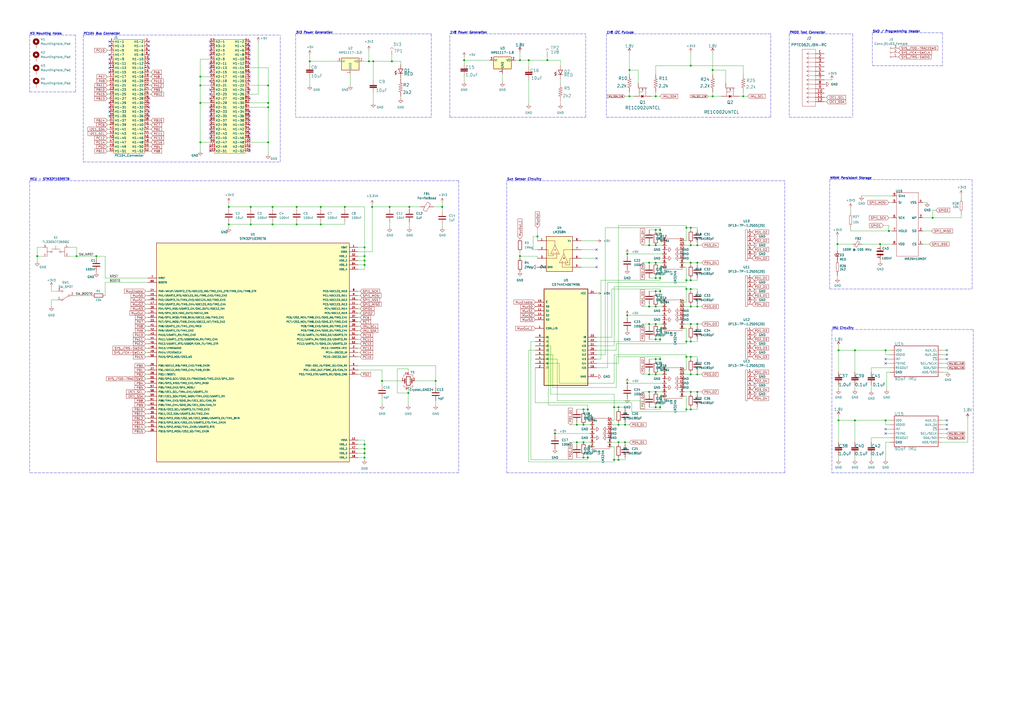
<source format=kicad_sch>
(kicad_sch (version 20211123) (generator eeschema)
  (paper "A2")
  (junction (at 380.365 142.24))
  (junction (at 317.5 34.925))
  (junction (at 404.495 217.17))
  (junction (at 256.54 120.015))
  (junction (at 404.495 177.8))
  (junction (at 376.555 142.24))
  (junction (at 380.365 236.22))
  (junction (at 44.45 148.59))
  (junction (at 186.055 130.175))
  (junction (at 338.455 246.38))
  (junction (at 362.585 246.38))
  (junction (at 380.365 208.28))
  (junction (at 400.685 132.08))
  (junction (at 380.365 55.88))
  (junction (at 356.235 266.7))
  (junction (at 400.685 227.33))
  (junction (at 382.905 133.35))
  (junction (at 398.145 162.56))
  (junction (at 400.685 162.56))
  (junction (at 158.115 130.175))
  (junction (at 252.73 220.98))
  (junction (at 380.365 177.8))
  (junction (at 301.625 148.59))
  (junction (at 515.62 133.985))
  (junction (at 404.495 227.33))
  (junction (at 334.645 246.38))
  (junction (at 513.715 203.2))
  (junction (at 116.205 82.55))
  (junction (at 380.365 187.96))
  (junction (at 382.905 208.28))
  (junction (at 340.995 237.49))
  (junction (at 380.365 152.4))
  (junction (at 376.555 187.96))
  (junction (at 376.555 227.33))
  (junction (at 356.235 236.22))
  (junction (at 400.685 152.4))
  (junction (at 116.205 49.53))
  (junction (at 221.615 220.98))
  (junction (at 400.685 38.1))
  (junction (at 382.905 196.85))
  (junction (at 365.125 40.64))
  (junction (at 340.995 265.43))
  (junction (at 404.495 187.96))
  (junction (at 236.855 227.965))
  (junction (at 226.06 120.015))
  (junction (at 186.055 120.015))
  (junction (at 382.905 168.91))
  (junction (at 321.945 251.46))
  (junction (at 132.715 130.175))
  (junction (at 155.575 62.23))
  (junction (at 211.455 257.81))
  (junction (at 398.145 167.64))
  (junction (at 398.145 207.01))
  (junction (at 145.415 130.175))
  (junction (at 172.085 130.175))
  (junction (at 211.455 265.43))
  (junction (at 380.365 196.85))
  (junction (at 211.455 260.35))
  (junction (at 179.705 35.56))
  (junction (at 21.59 148.59))
  (junction (at 358.775 236.22))
  (junction (at 400.685 187.96))
  (junction (at 431.165 55.88))
  (junction (at 358.775 266.7))
  (junction (at 145.415 120.015))
  (junction (at 338.455 256.54))
  (junction (at 400.685 237.49))
  (junction (at 400.685 142.24))
  (junction (at 211.455 262.89))
  (junction (at 541.02 126.365))
  (junction (at 132.715 120.015))
  (junction (at 338.455 237.49))
  (junction (at 55.88 148.59))
  (junction (at 376.555 152.4))
  (junction (at 334.645 256.54))
  (junction (at 382.905 236.22))
  (junction (at 155.575 59.69))
  (junction (at 376.555 217.17))
  (junction (at 311.785 137.16))
  (junction (at 363.855 222.25))
  (junction (at 485.775 141.605))
  (junction (at 211.455 143.51))
  (junction (at 486.41 203.2))
  (junction (at 155.575 49.53))
  (junction (at 200.025 120.015))
  (junction (at 358.775 256.54))
  (junction (at 398.145 237.49))
  (junction (at 380.365 133.35))
  (junction (at 495.935 243.84))
  (junction (at 211.455 148.59))
  (junction (at 211.455 151.13))
  (junction (at 380.365 168.91))
  (junction (at 227.33 35.56))
  (junction (at 495.935 203.2))
  (junction (at 301.625 34.925))
  (junction (at 363.855 182.88))
  (junction (at 358.775 246.38))
  (junction (at 237.49 120.015))
  (junction (at 213.995 35.56))
  (junction (at 215.9 120.015))
  (junction (at 116.205 44.45))
  (junction (at 269.24 34.925))
  (junction (at 380.365 227.33))
  (junction (at 400.685 207.01))
  (junction (at 413.385 55.88))
  (junction (at 365.125 55.88))
  (junction (at 510.54 141.605))
  (junction (at 400.685 198.12))
  (junction (at 400.685 167.64))
  (junction (at 116.205 59.69))
  (junction (at 380.365 161.29))
  (junction (at 158.115 120.015))
  (junction (at 306.705 34.925))
  (junction (at 172.085 120.015))
  (junction (at 211.455 153.67))
  (junction (at 404.495 142.24))
  (junction (at 155.575 82.55))
  (junction (at 216.535 35.56))
  (junction (at 398.145 198.12))
  (junction (at 413.385 40.64))
  (junction (at 363.855 147.32))
  (junction (at 398.145 132.08))
  (junction (at 486.41 243.84))
  (junction (at 400.685 217.17))
  (junction (at 513.715 243.84))
  (junction (at 338.455 265.43))
  (junction (at 380.365 217.17))
  (junction (at 400.685 177.8))
  (junction (at 382.905 161.29))
  (junction (at 376.555 177.8))
  (junction (at 362.585 256.54))
  (junction (at 404.495 152.4))
  (no_connect (at 63.5 36.83))
  (no_connect (at 121.92 64.77))
  (no_connect (at 121.92 72.39))
  (no_connect (at 121.92 54.61))
  (no_connect (at 513.715 251.46))
  (no_connect (at 63.5 26.67))
  (no_connect (at 121.92 57.15))
  (no_connect (at 513.715 208.28))
  (no_connect (at 144.78 44.45))
  (no_connect (at 121.92 87.63))
  (no_connect (at 86.36 67.31))
  (no_connect (at 346.075 144.78))
  (no_connect (at 144.78 52.07))
  (no_connect (at 549.275 203.2))
  (no_connect (at 144.78 34.29))
  (no_connect (at 86.36 64.77))
  (no_connect (at 86.36 36.83))
  (no_connect (at 63.5 64.77))
  (no_connect (at 549.275 205.74))
  (no_connect (at 121.92 39.37))
  (no_connect (at 86.36 29.21))
  (no_connect (at 121.92 85.09))
  (no_connect (at 549.275 208.28))
  (no_connect (at 549.275 248.92))
  (no_connect (at 144.78 69.85))
  (no_connect (at 86.36 26.67))
  (no_connect (at 144.78 64.77))
  (no_connect (at 86.36 57.15))
  (no_connect (at 144.78 46.99))
  (no_connect (at 144.78 77.47))
  (no_connect (at 144.78 36.83))
  (no_connect (at 513.715 210.82))
  (no_connect (at 86.36 31.75))
  (no_connect (at 121.92 26.67))
  (no_connect (at 144.78 26.67))
  (no_connect (at 63.5 62.23))
  (no_connect (at 63.5 59.69))
  (no_connect (at 86.36 62.23))
  (no_connect (at 549.275 243.84))
  (no_connect (at 63.5 41.91))
  (no_connect (at 144.78 29.21))
  (no_connect (at 513.715 248.92))
  (no_connect (at 346.075 154.94))
  (no_connect (at 121.92 52.07))
  (no_connect (at 121.92 31.75))
  (no_connect (at 144.78 24.13))
  (no_connect (at 144.78 80.01))
  (no_connect (at 121.92 24.13))
  (no_connect (at 549.275 246.38))
  (no_connect (at 63.5 39.37))
  (no_connect (at 144.78 85.09))
  (no_connect (at 63.5 34.29))
  (no_connect (at 121.92 80.01))
  (no_connect (at 121.92 46.99))
  (no_connect (at 86.36 59.69))
  (no_connect (at 63.5 67.31))
  (no_connect (at 63.5 24.13))
  (no_connect (at 121.92 69.85))
  (no_connect (at 63.5 31.75))
  (no_connect (at 121.92 29.21))
  (no_connect (at 144.78 67.31))
  (no_connect (at 144.78 72.39))
  (no_connect (at 86.36 24.13))
  (no_connect (at 121.92 74.93))
  (no_connect (at 86.36 34.29))
  (no_connect (at 86.36 39.37))
  (no_connect (at 144.78 31.75))
  (no_connect (at 121.92 36.83))
  (no_connect (at 144.78 41.91))
  (no_connect (at 121.92 67.31))
  (no_connect (at 144.78 87.63))
  (no_connect (at 121.92 41.91))
  (no_connect (at 144.78 74.93))
  (no_connect (at 121.92 77.47))
  (no_connect (at 121.92 62.23))
  (no_connect (at 346.075 149.86))
  (no_connect (at 144.78 57.15))
  (wire (pts (xy 358.775 246.38) (xy 362.585 246.38)))
  (wire (pts (xy 144.78 49.53) (xy 155.575 49.53)))
  (wire (pts (xy 404.495 208.28) (xy 404.495 207.01)))
  (wire (pts (xy 155.575 82.55) (xy 155.575 89.535)))
  (wire (pts (xy 400.685 198.12) (xy 400.685 196.85)))
  (polyline (pts (xy 17.145 53.34) (xy 43.815 53.34)))
  (wire (pts (xy 394.335 214.63) (xy 398.145 214.63)))
  (wire (pts (xy 346.075 154.94) (xy 337.185 154.94)))
  (wire (pts (xy 334.645 256.54) (xy 334.645 257.81)))
  (wire (pts (xy 307.975 198.12) (xy 310.515 198.12)))
  (wire (pts (xy 29.845 168.91) (xy 33.02 168.91)))
  (wire (pts (xy 87.63 44.45) (xy 86.36 44.45)))
  (wire (pts (xy 310.515 233.68) (xy 366.395 233.68)))
  (wire (pts (xy 301.625 148.59) (xy 301.625 149.86)))
  (wire (pts (xy 84.455 250.19) (xy 85.725 250.19)))
  (polyline (pts (xy 339.725 67.945) (xy 339.725 19.685)))
  (wire (pts (xy 55.88 148.59) (xy 55.88 149.86)))
  (wire (pts (xy 116.205 49.53) (xy 116.205 59.69)))
  (wire (pts (xy 513.715 205.74) (xy 513.715 203.2)))
  (wire (pts (xy 394.335 227.33) (xy 400.685 227.33)))
  (wire (pts (xy 516.255 251.46) (xy 513.715 251.46)))
  (wire (pts (xy 211.455 255.27) (xy 211.455 257.81)))
  (wire (pts (xy 208.915 176.53) (xy 207.645 176.53)))
  (wire (pts (xy 370.205 48.26) (xy 370.205 40.64)))
  (polyline (pts (xy 294.005 274.32) (xy 455.295 274.32)))
  (wire (pts (xy 386.715 229.87) (xy 382.905 229.87)))
  (polyline (pts (xy 481.33 167.64) (xy 563.88 167.64)))
  (wire (pts (xy 394.335 175.26) (xy 398.145 175.26)))
  (wire (pts (xy 172.085 130.175) (xy 158.115 130.175)))
  (wire (pts (xy 557.53 113.03) (xy 557.53 114.3)))
  (wire (pts (xy 346.075 198.12) (xy 382.905 198.12)))
  (wire (pts (xy 542.925 121.92) (xy 541.02 121.92)))
  (wire (pts (xy 404.495 217.17) (xy 407.035 217.17)))
  (wire (pts (xy 382.905 229.87) (xy 382.905 236.22)))
  (polyline (pts (xy 294.005 104.775) (xy 455.295 104.775)))
  (wire (pts (xy 362.585 246.38) (xy 365.125 246.38)))
  (wire (pts (xy 87.63 46.99) (xy 86.36 46.99)))
  (polyline (pts (xy 455.295 274.32) (xy 455.295 104.775)))
  (wire (pts (xy 357.505 224.79) (xy 320.675 224.79)))
  (wire (pts (xy 380.365 208.28) (xy 380.365 209.55)))
  (wire (pts (xy 514.35 215.9) (xy 516.255 215.9)))
  (wire (pts (xy 356.235 259.08) (xy 356.235 266.7)))
  (polyline (pts (xy 482.6 191.135) (xy 482.6 274.32)))
  (wire (pts (xy 325.12 34.925) (xy 317.5 34.925)))
  (wire (pts (xy 338.455 237.49) (xy 340.995 237.49)))
  (wire (pts (xy 311.785 137.16) (xy 311.785 139.7)))
  (polyline (pts (xy 481.33 104.14) (xy 481.33 167.64)))
  (wire (pts (xy 60.96 148.59) (xy 55.88 148.59)))
  (wire (pts (xy 352.425 259.08) (xy 356.235 259.08)))
  (wire (pts (xy 87.63 82.55) (xy 86.36 82.55)))
  (wire (pts (xy 200.025 120.015) (xy 200.025 121.285)))
  (wire (pts (xy 340.995 265.43) (xy 340.995 266.7)))
  (wire (pts (xy 348.615 208.28) (xy 346.075 208.28)))
  (wire (pts (xy 513.715 256.54) (xy 516.255 256.54)))
  (wire (pts (xy 87.63 85.09) (xy 86.36 85.09)))
  (wire (pts (xy 386.715 139.7) (xy 382.905 139.7)))
  (wire (pts (xy 398.145 167.64) (xy 398.145 175.26)))
  (wire (pts (xy 380.365 152.4) (xy 386.715 152.4)))
  (wire (pts (xy 269.24 33.02) (xy 269.24 34.925)))
  (wire (pts (xy 237.49 121.285) (xy 237.49 120.015)))
  (wire (pts (xy 62.23 29.21) (xy 63.5 29.21)))
  (wire (pts (xy 535.305 117.475) (xy 537.845 117.475)))
  (wire (pts (xy 207.645 146.05) (xy 215.9 146.05)))
  (wire (pts (xy 200.025 120.015) (xy 211.455 120.015)))
  (wire (pts (xy 365.125 53.34) (xy 365.125 55.88)))
  (wire (pts (xy 394.335 217.17) (xy 400.685 217.17)))
  (polyline (pts (xy 481.33 104.14) (xy 563.88 104.14)))
  (polyline (pts (xy 266.065 104.775) (xy 266.065 274.32)))
  (wire (pts (xy 318.135 234.95) (xy 318.135 195.58)))
  (wire (pts (xy 62.23 74.93) (xy 63.5 74.93)))
  (wire (pts (xy 207.645 214.63) (xy 221.615 214.63)))
  (wire (pts (xy 380.365 133.35) (xy 380.365 134.62)))
  (polyline (pts (xy 457.835 19.685) (xy 494.665 19.685)))
  (wire (pts (xy 207.645 255.27) (xy 211.455 255.27)))
  (polyline (pts (xy 494.665 19.685) (xy 494.665 67.945)))
  (wire (pts (xy 306.705 267.97) (xy 356.235 267.97)))
  (wire (pts (xy 155.575 59.69) (xy 144.78 59.69)))
  (wire (pts (xy 208.915 168.91) (xy 207.645 168.91)))
  (wire (pts (xy 549.275 208.28) (xy 546.735 208.28)))
  (wire (pts (xy 356.235 222.25) (xy 324.485 222.25)))
  (wire (pts (xy 486.41 223.52) (xy 486.41 226.06)))
  (wire (pts (xy 84.455 207.01) (xy 85.725 207.01)))
  (wire (pts (xy 207.645 260.35) (xy 211.455 260.35)))
  (wire (pts (xy 84.455 171.45) (xy 85.725 171.45)))
  (wire (pts (xy 549.275 205.74) (xy 546.735 205.74)))
  (wire (pts (xy 310.515 213.36) (xy 310.515 233.68)))
  (wire (pts (xy 211.455 156.21) (xy 207.645 156.21)))
  (polyline (pts (xy 563.88 104.14) (xy 563.88 167.64)))
  (wire (pts (xy 431.165 53.34) (xy 431.165 55.88)))
  (wire (pts (xy 372.745 227.33) (xy 376.555 227.33)))
  (wire (pts (xy 311.785 132.08) (xy 311.785 137.16)))
  (wire (pts (xy 382.905 208.28) (xy 382.905 214.63)))
  (wire (pts (xy 158.115 130.175) (xy 145.415 130.175)))
  (wire (pts (xy 372.745 152.4) (xy 376.555 152.4)))
  (wire (pts (xy 398.145 190.5) (xy 398.145 198.12)))
  (wire (pts (xy 62.23 54.61) (xy 63.5 54.61)))
  (wire (pts (xy 344.805 259.08) (xy 340.995 259.08)))
  (wire (pts (xy 116.205 44.45) (xy 116.205 49.53)))
  (wire (pts (xy 413.385 30.48) (xy 413.385 40.64)))
  (wire (pts (xy 400.685 187.96) (xy 404.495 187.96)))
  (wire (pts (xy 386.715 147.32) (xy 363.855 147.32)))
  (wire (pts (xy 513.715 208.28) (xy 516.255 208.28)))
  (wire (pts (xy 398.145 163.83) (xy 352.425 163.83)))
  (wire (pts (xy 29.845 173.99) (xy 33.02 173.99)))
  (wire (pts (xy 338.455 246.38) (xy 344.805 246.38)))
  (wire (pts (xy 380.365 133.35) (xy 382.905 133.35)))
  (wire (pts (xy 338.455 237.49) (xy 338.455 238.76)))
  (wire (pts (xy 208.915 171.45) (xy 207.645 171.45)))
  (wire (pts (xy 236.855 227.965) (xy 236.855 234.95)))
  (wire (pts (xy 84.455 234.95) (xy 85.725 234.95)))
  (wire (pts (xy 172.085 120.015) (xy 158.115 120.015)))
  (wire (pts (xy 60.96 171.45) (xy 60.96 163.83)))
  (polyline (pts (xy 506.095 19.05) (xy 506.095 38.1)))
  (polyline (pts (xy 48.26 20.32) (xy 48.26 93.98)))
  (wire (pts (xy 62.23 44.45) (xy 63.5 44.45)))
  (wire (pts (xy 380.365 168.91) (xy 382.905 168.91)))
  (wire (pts (xy 382.905 167.64) (xy 382.905 168.91)))
  (wire (pts (xy 394.335 177.8) (xy 400.685 177.8)))
  (wire (pts (xy 516.255 246.38) (xy 513.715 246.38)))
  (wire (pts (xy 236.855 213.995) (xy 236.855 215.9)))
  (wire (pts (xy 84.455 237.49) (xy 85.725 237.49)))
  (wire (pts (xy 116.205 34.29) (xy 116.205 44.45)))
  (wire (pts (xy 62.23 77.47) (xy 63.5 77.47)))
  (wire (pts (xy 400.685 228.6) (xy 400.685 227.33)))
  (wire (pts (xy 211.455 262.89) (xy 211.455 265.43)))
  (wire (pts (xy 24.765 143.51) (xy 21.59 143.51)))
  (wire (pts (xy 386.715 154.94) (xy 382.905 154.94)))
  (wire (pts (xy 431.165 38.1) (xy 431.165 43.18)))
  (wire (pts (xy 291.465 42.545) (xy 291.465 47.625)))
  (wire (pts (xy 84.455 196.85) (xy 85.725 196.85)))
  (wire (pts (xy 324.485 210.82) (xy 310.515 210.82)))
  (wire (pts (xy 318.135 195.58) (xy 310.515 195.58)))
  (wire (pts (xy 230.505 227.965) (xy 230.505 213.995)))
  (wire (pts (xy 485.775 150.495) (xy 485.775 149.86)))
  (wire (pts (xy 211.455 260.35) (xy 211.455 262.89)))
  (wire (pts (xy 400.685 167.64) (xy 404.495 167.64)))
  (wire (pts (xy 307.975 266.7) (xy 307.975 198.12)))
  (wire (pts (xy 356.235 266.7) (xy 356.235 267.97)))
  (wire (pts (xy 84.455 204.47) (xy 85.725 204.47)))
  (wire (pts (xy 398.145 198.12) (xy 398.145 199.39)))
  (wire (pts (xy 211.455 153.67) (xy 211.455 156.21)))
  (wire (pts (xy 516.255 205.74) (xy 513.715 205.74)))
  (wire (pts (xy 87.63 41.91) (xy 86.36 41.91)))
  (wire (pts (xy 84.455 232.41) (xy 85.725 232.41)))
  (wire (pts (xy 132.715 120.015) (xy 132.715 121.285)))
  (wire (pts (xy 200.025 130.175) (xy 186.055 130.175)))
  (wire (pts (xy 513.715 203.2) (xy 516.255 203.2)))
  (wire (pts (xy 358.775 236.22) (xy 358.775 237.49)))
  (wire (pts (xy 299.085 34.925) (xy 301.625 34.925)))
  (wire (pts (xy 203.2 43.18) (xy 203.2 49.53)))
  (wire (pts (xy 116.205 59.69) (xy 121.92 59.69)))
  (wire (pts (xy 398.145 238.76) (xy 366.395 238.76)))
  (wire (pts (xy 84.455 227.33) (xy 85.725 227.33)))
  (wire (pts (xy 493.395 133.985) (xy 515.62 133.985)))
  (wire (pts (xy 510.54 150.495) (xy 510.54 151.765)))
  (wire (pts (xy 226.06 128.905) (xy 226.06 132.08)))
  (wire (pts (xy 155.575 49.53) (xy 155.575 59.69)))
  (wire (pts (xy 348.615 162.56) (xy 348.615 208.28)))
  (polyline (pts (xy 17.145 20.32) (xy 43.815 20.32)))
  (wire (pts (xy 400.685 198.12) (xy 398.145 198.12)))
  (wire (pts (xy 179.705 31.75) (xy 179.705 35.56)))
  (wire (pts (xy 358.775 257.81) (xy 358.775 256.54)))
  (wire (pts (xy 208.915 186.69) (xy 207.645 186.69)))
  (wire (pts (xy 413.385 43.18) (xy 413.385 40.64)))
  (wire (pts (xy 400.685 162.56) (xy 400.685 161.29)))
  (wire (pts (xy 380.365 196.85) (xy 382.905 196.85)))
  (wire (pts (xy 380.365 236.22) (xy 380.365 234.95)))
  (wire (pts (xy 84.455 201.93) (xy 85.725 201.93)))
  (wire (pts (xy 306.705 267.97) (xy 306.705 203.2)))
  (polyline (pts (xy 48.26 93.98) (xy 162.56 93.98)))
  (wire (pts (xy 513.715 266.7) (xy 513.715 256.54)))
  (polyline (pts (xy 266.065 104.775) (xy 17.145 104.775)))
  (polyline (pts (xy 564.515 191.135) (xy 564.515 274.32)))
  (wire (pts (xy 158.115 120.015) (xy 158.115 121.285)))
  (wire (pts (xy 227.33 31.75) (xy 227.33 35.56)))
  (wire (pts (xy 376.555 176.53) (xy 376.555 177.8)))
  (wire (pts (xy 62.23 57.15) (xy 63.5 57.15)))
  (wire (pts (xy 400.685 140.97) (xy 400.685 142.24)))
  (wire (pts (xy 132.715 117.475) (xy 132.715 120.015)))
  (wire (pts (xy 404.495 168.91) (xy 404.495 167.64)))
  (wire (pts (xy 380.365 168.91) (xy 380.365 170.18)))
  (wire (pts (xy 380.365 177.8) (xy 376.555 177.8)))
  (wire (pts (xy 145.415 120.015) (xy 145.415 121.285)))
  (wire (pts (xy 352.425 243.84) (xy 356.235 243.84)))
  (wire (pts (xy 269.24 44.45) (xy 269.24 47.625)))
  (wire (pts (xy 356.235 236.22) (xy 356.235 243.84)))
  (wire (pts (xy 358.775 130.81) (xy 358.775 210.82)))
  (wire (pts (xy 84.455 184.15) (xy 85.725 184.15)))
  (wire (pts (xy 346.075 139.7) (xy 337.185 139.7)))
  (wire (pts (xy 400.685 153.67) (xy 400.685 152.4)))
  (wire (pts (xy 155.575 62.23) (xy 155.575 82.55)))
  (wire (pts (xy 380.365 38.1) (xy 400.685 38.1)))
  (wire (pts (xy 382.905 167.64) (xy 354.965 167.64)))
  (wire (pts (xy 62.23 52.07) (xy 63.5 52.07)))
  (wire (pts (xy 510.54 141.605) (xy 517.525 141.605)))
  (wire (pts (xy 404.495 161.29) (xy 404.495 162.56)))
  (wire (pts (xy 400.685 207.01) (xy 404.495 207.01)))
  (wire (pts (xy 376.555 161.29) (xy 380.365 161.29)))
  (wire (pts (xy 62.23 69.85) (xy 63.5 69.85)))
  (wire (pts (xy 216.535 35.56) (xy 216.535 46.355)))
  (wire (pts (xy 84.455 173.99) (xy 85.725 173.99)))
  (wire (pts (xy 513.715 246.38) (xy 513.715 243.84)))
  (wire (pts (xy 382.905 132.08) (xy 382.905 133.35)))
  (wire (pts (xy 226.06 120.015) (xy 226.06 121.285)))
  (wire (pts (xy 207.645 143.51) (xy 211.455 143.51)))
  (wire (pts (xy 400.685 189.23) (xy 400.685 187.96)))
  (wire (pts (xy 309.245 144.78) (xy 311.785 144.78)))
  (wire (pts (xy 215.9 120.015) (xy 215.9 146.05)))
  (polyline (pts (xy 351.79 19.685) (xy 447.04 19.685)))
  (wire (pts (xy 311.785 137.16) (xy 309.245 137.16)))
  (wire (pts (xy 371.475 237.49) (xy 371.475 232.41)))
  (wire (pts (xy 362.585 256.54) (xy 365.125 256.54)))
  (wire (pts (xy 513.715 243.84) (xy 495.935 243.84)))
  (wire (pts (xy 306.705 38.735) (xy 306.705 34.925)))
  (wire (pts (xy 400.685 176.53) (xy 400.685 177.8)))
  (wire (pts (xy 21.59 148.59) (xy 21.59 151.765)))
  (wire (pts (xy 400.685 217.17) (xy 404.495 217.17)))
  (wire (pts (xy 505.46 254) (xy 505.46 256.54)))
  (wire (pts (xy 144.78 54.61) (xy 149.86 54.61)))
  (wire (pts (xy 252.73 220.98) (xy 252.73 224.79)))
  (wire (pts (xy 561.34 256.54) (xy 561.34 242.57)))
  (wire (pts (xy 84.455 219.71) (xy 85.725 219.71)))
  (wire (pts (xy 207.645 148.59) (xy 211.455 148.59)))
  (wire (pts (xy 21.59 148.59) (xy 24.765 148.59)))
  (wire (pts (xy 84.455 189.23) (xy 85.725 189.23)))
  (wire (pts (xy 145.415 120.015) (xy 132.715 120.015)))
  (wire (pts (xy 208.915 199.39) (xy 207.645 199.39)))
  (wire (pts (xy 307.975 266.7) (xy 340.995 266.7)))
  (wire (pts (xy 356.235 228.6) (xy 356.235 236.22)))
  (wire (pts (xy 482.6 46.355) (xy 478.155 46.355)))
  (wire (pts (xy 84.455 186.69) (xy 85.725 186.69)))
  (wire (pts (xy 400.685 132.08) (xy 400.685 133.35)))
  (wire (pts (xy 323.215 208.28) (xy 310.515 208.28)))
  (wire (pts (xy 421.005 40.64) (xy 413.385 40.64)))
  (wire (pts (xy 377.825 55.88) (xy 380.365 55.88)))
  (wire (pts (xy 211.455 143.51) (xy 211.455 148.59)))
  (wire (pts (xy 549.91 215.9) (xy 546.735 215.9)))
  (polyline (pts (xy 457.835 19.685) (xy 457.835 67.945)))
  (wire (pts (xy 237.49 128.905) (xy 237.49 132.08)))
  (polyline (pts (xy 48.26 20.32) (xy 162.56 20.32)))
  (wire (pts (xy 380.365 217.17) (xy 376.555 217.17)))
  (wire (pts (xy 515.62 126.365) (xy 517.525 126.365)))
  (wire (pts (xy 413.385 55.88) (xy 418.465 55.88)))
  (wire (pts (xy 116.205 82.55) (xy 121.92 82.55)))
  (wire (pts (xy 356.235 200.66) (xy 346.075 200.66)))
  (wire (pts (xy 21.59 143.51) (xy 21.59 148.59)))
  (polyline (pts (xy 250.19 67.945) (xy 171.45 67.945)))
  (wire (pts (xy 351.155 205.74) (xy 346.075 205.74)))
  (wire (pts (xy 338.455 246.38) (xy 334.645 246.38)))
  (wire (pts (xy 362.585 237.49) (xy 362.585 236.22)))
  (wire (pts (xy 221.615 231.14) (xy 221.615 234.95)))
  (wire (pts (xy 84.455 242.57) (xy 85.725 242.57)))
  (wire (pts (xy 386.715 190.5) (xy 382.905 190.5)))
  (wire (pts (xy 232.41 55.88) (xy 232.41 57.15)))
  (wire (pts (xy 334.645 265.43) (xy 338.455 265.43)))
  (wire (pts (xy 62.23 49.53) (xy 63.5 49.53)))
  (wire (pts (xy 400.685 167.64) (xy 400.685 168.91)))
  (wire (pts (xy 145.415 128.905) (xy 145.415 130.175)))
  (wire (pts (xy 380.365 53.34) (xy 380.365 55.88)))
  (wire (pts (xy 505.46 223.52) (xy 505.46 226.695)))
  (wire (pts (xy 158.115 120.015) (xy 145.415 120.015)))
  (wire (pts (xy 87.63 87.63) (xy 86.36 87.63)))
  (wire (pts (xy 398.145 132.08) (xy 398.145 139.7)))
  (wire (pts (xy 404.495 176.53) (xy 404.495 177.8)))
  (wire (pts (xy 549.275 203.2) (xy 546.735 203.2)))
  (wire (pts (xy 158.115 128.905) (xy 158.115 130.175)))
  (wire (pts (xy 398.145 154.94) (xy 398.145 162.56)))
  (wire (pts (xy 386.715 222.25) (xy 363.855 222.25)))
  (wire (pts (xy 394.335 139.7) (xy 398.145 139.7)))
  (wire (pts (xy 356.235 236.22) (xy 358.775 236.22)))
  (wire (pts (xy 84.455 229.87) (xy 85.725 229.87)))
  (wire (pts (xy 208.915 191.77) (xy 207.645 191.77)))
  (polyline (pts (xy 351.79 67.945) (xy 447.04 67.945)))
  (wire (pts (xy 404.495 236.22) (xy 404.495 237.49)))
  (wire (pts (xy 269.24 34.925) (xy 269.24 36.83)))
  (wire (pts (xy 404.495 133.35) (xy 404.495 132.08)))
  (wire (pts (xy 499.745 141.605) (xy 510.54 141.605)))
  (wire (pts (xy 505.46 213.36) (xy 505.46 215.9)))
  (wire (pts (xy 505.46 264.16) (xy 505.46 266.7)))
  (wire (pts (xy 44.45 143.51) (xy 44.45 148.59)))
  (wire (pts (xy 186.055 120.015) (xy 172.085 120.015)))
  (wire (pts (xy 365.125 43.18) (xy 365.125 40.64)))
  (wire (pts (xy 55.88 157.48) (xy 55.88 158.115)))
  (wire (pts (xy 87.63 80.01) (xy 86.36 80.01)))
  (wire (pts (xy 394.335 229.87) (xy 398.145 229.87)))
  (wire (pts (xy 116.205 34.29) (xy 121.92 34.29)))
  (wire (pts (xy 413.385 53.34) (xy 413.385 55.88)))
  (wire (pts (xy 549.275 246.38) (xy 546.735 246.38)))
  (wire (pts (xy 386.715 175.26) (xy 382.905 175.26)))
  (wire (pts (xy 404.495 177.8) (xy 407.035 177.8)))
  (wire (pts (xy 221.615 214.63) (xy 221.615 220.98)))
  (wire (pts (xy 557.53 126.365) (xy 557.53 124.46)))
  (polyline (pts (xy 260.985 19.685) (xy 339.725 19.685)))
  (wire (pts (xy 351.155 132.08) (xy 351.155 205.74)))
  (wire (pts (xy 356.235 166.37) (xy 356.235 200.66)))
  (wire (pts (xy 549.275 210.82) (xy 546.735 210.82)))
  (wire (pts (xy 398.145 199.39) (xy 357.505 199.39)))
  (wire (pts (xy 358.775 266.7) (xy 356.235 266.7)))
  (polyline (pts (xy 17.145 20.32) (xy 17.145 53.34)))
  (wire (pts (xy 513.715 248.92) (xy 516.255 248.92)))
  (wire (pts (xy 495.935 203.2) (xy 486.41 203.2)))
  (wire (pts (xy 116.205 44.45) (xy 121.92 44.45)))
  (wire (pts (xy 485.775 141.605) (xy 494.665 141.605)))
  (wire (pts (xy 386.715 214.63) (xy 382.905 214.63)))
  (wire (pts (xy 513.715 243.84) (xy 516.255 243.84)))
  (wire (pts (xy 354.965 167.64) (xy 354.965 195.58)))
  (wire (pts (xy 60.96 161.29) (xy 85.725 161.29)))
  (wire (pts (xy 311.785 148.59) (xy 311.785 149.86)))
  (wire (pts (xy 330.835 246.38) (xy 334.645 246.38)))
  (wire (pts (xy 60.96 163.83) (xy 85.725 163.83)))
  (wire (pts (xy 549.275 251.46) (xy 546.735 251.46)))
  (wire (pts (xy 232.41 35.56) (xy 227.33 35.56)))
  (wire (pts (xy 233.045 220.98) (xy 221.615 220.98)))
  (wire (pts (xy 398.145 162.56) (xy 398.145 163.83)))
  (wire (pts (xy 207.645 262.89) (xy 211.455 262.89)))
  (wire (pts (xy 84.455 240.03) (xy 85.725 240.03)))
  (wire (pts (xy 340.995 234.95) (xy 340.995 237.49)))
  (wire (pts (xy 404.495 152.4) (xy 404.495 153.67)))
  (polyline (pts (xy 546.735 19.05) (xy 546.735 38.1)))
  (wire (pts (xy 208.915 181.61) (xy 207.645 181.61)))
  (wire (pts (xy 340.995 237.49) (xy 340.995 243.84)))
  (wire (pts (xy 84.455 212.09) (xy 85.725 212.09)))
  (wire (pts (xy 398.145 166.37) (xy 356.235 166.37)))
  (wire (pts (xy 398.145 237.49) (xy 398.145 238.76)))
  (wire (pts (xy 363.855 147.32) (xy 363.855 148.59)))
  (wire (pts (xy 394.335 154.94) (xy 398.145 154.94)))
  (wire (pts (xy 208.915 179.07) (xy 207.645 179.07)))
  (wire (pts (xy 400.685 237.49) (xy 400.685 236.22)))
  (wire (pts (xy 400.685 207.01) (xy 400.685 208.28)))
  (wire (pts (xy 546.735 256.54) (xy 561.34 256.54)))
  (wire (pts (xy 371.475 232.41) (xy 323.215 232.41)))
  (wire (pts (xy 354.965 195.58) (xy 346.075 195.58)))
  (wire (pts (xy 380.365 43.18) (xy 380.365 38.1)))
  (wire (pts (xy 301.625 148.59) (xy 311.785 148.59)))
  (wire (pts (xy 356.235 205.74) (xy 356.235 222.25)))
  (wire (pts (xy 358.775 245.11) (xy 358.775 246.38)))
  (wire (pts (xy 256.54 130.175) (xy 256.54 132.08)))
  (wire (pts (xy 380.365 196.85) (xy 380.365 195.58)))
  (wire (pts (xy 404.495 215.9) (xy 404.495 217.17)))
  (wire (pts (xy 149.86 54.61) (xy 149.86 24.13)))
  (wire (pts (xy 87.63 77.47) (xy 86.36 77.47)))
  (wire (pts (xy 208.915 194.31) (xy 207.645 194.31)))
  (wire (pts (xy 380.365 142.24) (xy 386.715 142.24)))
  (wire (pts (xy 495.935 203.2) (xy 495.935 215.9)))
  (wire (pts (xy 516.255 210.82) (xy 513.715 210.82)))
  (wire (pts (xy 382.905 161.29) (xy 382.905 162.56)))
  (wire (pts (xy 400.685 215.9) (xy 400.685 217.17)))
  (wire (pts (xy 376.555 140.97) (xy 376.555 142.24)))
  (wire (pts (xy 421.005 48.26) (xy 421.005 40.64)))
  (wire (pts (xy 431.165 55.88) (xy 433.705 55.88)))
  (wire (pts (xy 84.455 194.31) (xy 85.725 194.31)))
  (wire (pts (xy 513.715 203.2) (xy 495.935 203.2)))
  (wire (pts (xy 515.62 133.985) (xy 517.525 133.985)))
  (wire (pts (xy 352.425 163.83) (xy 352.425 213.36)))
  (wire (pts (xy 60.96 161.29) (xy 60.96 148.59)))
  (wire (pts (xy 404.495 162.56) (xy 400.685 162.56)))
  (wire (pts (xy 44.45 148.59) (xy 55.88 148.59)))
  (wire (pts (xy 324.485 222.25) (xy 324.485 210.82)))
  (wire (pts (xy 144.78 39.37) (xy 155.575 39.37)))
  (wire (pts (xy 320.675 205.74) (xy 310.515 205.74)))
  (wire (pts (xy 208.915 207.01) (xy 207.645 207.01)))
  (wire (pts (xy 398.145 229.87) (xy 398.145 237.49)))
  (wire (pts (xy 363.855 182.88) (xy 363.855 184.15)))
  (wire (pts (xy 398.145 167.64) (xy 400.685 167.64)))
  (wire (pts (xy 382.905 196.85) (xy 382.905 198.12)))
  (wire (pts (xy 309.245 137.16) (xy 309.245 144.78)))
  (wire (pts (xy 344.805 243.84) (xy 340.995 243.84)))
  (wire (pts (xy 358.775 236.22) (xy 362.585 236.22)))
  (wire (pts (xy 334.645 237.49) (xy 338.455 237.49)))
  (wire (pts (xy 256.54 117.475) (xy 256.54 120.015)))
  (wire (pts (xy 186.055 128.905) (xy 186.055 130.175)))
  (wire (pts (xy 510.54 141.605) (xy 510.54 142.875)))
  (polyline (pts (xy 17.145 104.775) (xy 17.145 274.32)))
  (wire (pts (xy 358.775 210.82) (xy 346.075 210.82)))
  (wire (pts (xy 382.905 133.35) (xy 382.905 139.7)))
  (wire (pts (xy 84.455 176.53) (xy 85.725 176.53)))
  (wire (pts (xy 62.23 80.01) (xy 63.5 80.01)))
  (wire (pts (xy 365.125 30.48) (xy 365.125 40.64)))
  (wire (pts (xy 485.775 137.16) (xy 485.775 141.605)))
  (wire (pts (xy 306.705 46.355) (xy 306.705 60.325)))
  (wire (pts (xy 40.005 143.51) (xy 44.45 143.51)))
  (wire (pts (xy 486.41 243.84) (xy 486.41 256.54)))
  (wire (pts (xy 237.49 120.015) (xy 243.84 120.015)))
  (wire (pts (xy 549.275 254) (xy 546.735 254)))
  (wire (pts (xy 330.835 256.54) (xy 334.645 256.54)))
  (wire (pts (xy 213.995 35.56) (xy 216.535 35.56)))
  (wire (pts (xy 549.275 248.92) (xy 546.735 248.92)))
  (wire (pts (xy 478.155 56.515) (xy 479.425 56.515)))
  (wire (pts (xy 116.205 49.53) (xy 121.92 49.53)))
  (wire (pts (xy 155.575 62.23) (xy 144.78 62.23)))
  (wire (pts (xy 428.625 55.88) (xy 431.165 55.88)))
  (wire (pts (xy 541.02 126.365) (xy 557.53 126.365)))
  (wire (pts (xy 478.155 59.055) (xy 479.425 59.055)))
  (wire (pts (xy 398.145 166.37) (xy 398.145 167.64)))
  (wire (pts (xy 352.425 256.54) (xy 358.775 256.54)))
  (wire (pts (xy 372.745 177.8) (xy 376.555 177.8)))
  (wire (pts (xy 207.645 212.09) (xy 252.73 212.09)))
  (wire (pts (xy 376.555 227.33) (xy 376.555 228.6)))
  (wire (pts (xy 380.365 161.29) (xy 380.365 160.02)))
  (wire (pts (xy 84.455 222.25) (xy 85.725 222.25)))
  (wire (pts (xy 352.425 246.38) (xy 358.775 246.38)))
  (wire (pts (xy 132.715 128.905) (xy 132.715 130.175)))
  (wire (pts (xy 62.23 85.09) (xy 63.5 85.09)))
  (wire (pts (xy 376.555 227.33) (xy 380.365 227.33)))
  (polyline (pts (xy 250.19 19.685) (xy 250.19 67.945)))
  (wire (pts (xy 84.455 217.17) (xy 85.725 217.17)))
  (wire (pts (xy 376.555 187.96) (xy 380.365 187.96)))
  (wire (pts (xy 505.46 213.36) (xy 516.255 213.36)))
  (wire (pts (xy 398.145 130.81) (xy 398.145 132.08)))
  (wire (pts (xy 230.505 213.995) (xy 236.855 213.995)))
  (wire (pts (xy 371.475 237.49) (xy 382.905 237.49)))
  (wire (pts (xy 400.685 237.49) (xy 398.145 237.49)))
  (wire (pts (xy 357.505 203.2) (xy 346.075 203.2)))
  (wire (pts (xy 216.535 35.56) (xy 227.33 35.56)))
  (polyline (pts (xy 351.79 19.685) (xy 351.79 67.945)))
  (wire (pts (xy 380.365 208.28) (xy 382.905 208.28)))
  (wire (pts (xy 62.23 46.99) (xy 63.5 46.99)))
  (wire (pts (xy 516.255 254) (xy 505.46 254)))
  (wire (pts (xy 495.935 243.84) (xy 495.935 256.54)))
  (wire (pts (xy 382.905 154.94) (xy 382.905 161.29)))
  (wire (pts (xy 208.915 184.15) (xy 207.645 184.15)))
  (wire (pts (xy 207.645 151.13) (xy 211.455 151.13)))
  (wire (pts (xy 380.365 177.8) (xy 386.715 177.8)))
  (wire (pts (xy 84.455 214.63) (xy 85.725 214.63)))
  (wire (pts (xy 84.455 247.65) (xy 85.725 247.65)))
  (wire (pts (xy 376.555 208.28) (xy 380.365 208.28)))
  (polyline (pts (xy 162.56 93.98) (xy 162.56 20.32)))
  (wire (pts (xy 338.455 265.43) (xy 340.995 265.43)))
  (wire (pts (xy 252.73 212.09) (xy 252.73 220.98)))
  (wire (pts (xy 404.495 187.96) (xy 404.495 189.23)))
  (wire (pts (xy 549.275 243.84) (xy 546.735 243.84)))
  (wire (pts (xy 306.705 203.2) (xy 310.515 203.2)))
  (wire (pts (xy 400.685 162.56) (xy 398.145 162.56)))
  (wire (pts (xy 357.505 207.01) (xy 357.505 224.79)))
  (wire (pts (xy 404.495 198.12) (xy 400.685 198.12)))
  (wire (pts (xy 84.455 181.61) (xy 85.725 181.61)))
  (wire (pts (xy 358.775 266.7) (xy 358.775 265.43)))
  (wire (pts (xy 541.02 121.92) (xy 541.02 126.365)))
  (wire (pts (xy 493.395 132.715) (xy 493.395 133.985)))
  (wire (pts (xy 236.855 226.06) (xy 236.855 227.965)))
  (wire (pts (xy 400.685 38.1) (xy 431.165 38.1)))
  (wire (pts (xy 495.935 264.16) (xy 495.935 266.7)))
  (wire (pts (xy 251.46 120.015) (xy 256.54 120.015)))
  (wire (pts (xy 514.35 226.06) (xy 514.35 215.9)))
  (wire (pts (xy 240.665 220.98) (xy 252.73 220.98)))
  (wire (pts (xy 87.63 72.39) (xy 86.36 72.39)))
  (wire (pts (xy 40.005 148.59) (xy 44.45 148.59)))
  (polyline (pts (xy 171.45 19.685) (xy 250.19 19.685)))
  (wire (pts (xy 362.585 266.7) (xy 358.775 266.7)))
  (wire (pts (xy 382.905 207.01) (xy 357.505 207.01)))
  (wire (pts (xy 370.205 40.64) (xy 365.125 40.64)))
  (wire (pts (xy 340.995 259.08) (xy 340.995 265.43)))
  (wire (pts (xy 382.905 236.22) (xy 382.905 237.49)))
  (wire (pts (xy 232.41 37.465) (xy 232.41 35.56)))
  (wire (pts (xy 216.535 53.975) (xy 216.535 59.69)))
  (wire (pts (xy 398.145 207.01) (xy 398.145 214.63)))
  (wire (pts (xy 382.905 132.08) (xy 351.155 132.08)))
  (wire (pts (xy 410.845 55.88) (xy 413.385 55.88)))
  (wire (pts (xy 62.23 82.55) (xy 63.5 82.55)))
  (wire (pts (xy 208.915 201.93) (xy 207.645 201.93)))
  (wire (pts (xy 535.305 126.365) (xy 541.02 126.365)))
  (wire (pts (xy 62.23 72.39) (xy 63.5 72.39)))
  (wire (pts (xy 400.685 142.24) (xy 404.495 142.24)))
  (wire (pts (xy 535.305 133.985) (xy 540.385 133.985)))
  (wire (pts (xy 306.705 34.925) (xy 317.5 34.925)))
  (wire (pts (xy 493.395 120.65) (xy 493.395 122.555)))
  (wire (pts (xy 211.455 151.13) (xy 211.455 153.67)))
  (wire (pts (xy 485.775 161.29) (xy 485.775 160.02)))
  (wire (pts (xy 400.685 227.33) (xy 404.495 227.33)))
  (wire (pts (xy 486.41 264.16) (xy 486.41 266.7)))
  (wire (pts (xy 398.145 207.01) (xy 400.685 207.01)))
  (wire (pts (xy 215.9 118.745) (xy 215.9 120.015)))
  (wire (pts (xy 358.775 256.54) (xy 362.585 256.54)))
  (wire (pts (xy 400.685 30.48) (xy 400.685 38.1)))
  (polyline (pts (xy 43.815 53.34) (xy 43.815 20.32)))
  (wire (pts (xy 338.455 256.54) (xy 344.805 256.54)))
  (wire (pts (xy 404.495 227.33) (xy 404.495 228.6)))
  (wire (pts (xy 382.905 190.5) (xy 382.905 196.85)))
  (wire (pts (xy 208.915 217.17) (xy 207.645 217.17)))
  (wire (pts (xy 404.495 140.97) (xy 404.495 142.24)))
  (polyline (pts (xy 482.6 274.32) (xy 564.515 274.32)))
  (wire (pts (xy 256.54 120.015) (xy 256.54 122.555)))
  (wire (pts (xy 404.495 227.33) (xy 407.035 227.33)))
  (wire (pts (xy 211.455 148.59) (xy 211.455 151.13)))
  (wire (pts (xy 486.41 241.3) (xy 486.41 243.84)))
  (wire (pts (xy 87.63 54.61) (xy 86.36 54.61)))
  (wire (pts (xy 207.645 265.43) (xy 211.455 265.43)))
  (wire (pts (xy 352.425 213.36) (xy 346.075 213.36)))
  (wire (pts (xy 186.055 120.015) (xy 186.055 121.285)))
  (wire (pts (xy 62.23 87.63) (xy 63.5 87.63)))
  (wire (pts (xy 301.625 34.925) (xy 306.705 34.925)))
  (wire (pts (xy 186.055 130.175) (xy 172.085 130.175)))
  (polyline (pts (xy 260.985 67.945) (xy 260.985 19.685)))
  (wire (pts (xy 320.675 224.79) (xy 320.675 205.74)))
  (polyline (pts (xy 506.095 19.05) (xy 546.735 19.05)))
  (wire (pts (xy 515.62 117.475) (xy 517.525 117.475)))
  (wire (pts (xy 344.805 251.46) (xy 321.945 251.46)))
  (wire (pts (xy 380.365 217.17) (xy 386.715 217.17)))
  (wire (pts (xy 325.12 34.925) (xy 325.12 38.1)))
  (wire (pts (xy 404.495 187.96) (xy 407.035 187.96)))
  (wire (pts (xy 535.305 141.605) (xy 539.115 141.605)))
  (wire (pts (xy 325.12 58.42) (xy 325.12 60.325)))
  (wire (pts (xy 363.855 222.25) (xy 363.855 223.52)))
  (wire (pts (xy 400.685 152.4) (xy 404.495 152.4)))
  (wire (pts (xy 319.405 228.6) (xy 319.405 200.66)))
  (wire (pts (xy 400.685 132.08) (xy 404.495 132.08)))
  (wire (pts (xy 404.495 152.4) (xy 407.035 152.4)))
  (wire (pts (xy 321.945 251.46) (xy 321.945 252.73)))
  (wire (pts (xy 323.215 232.41) (xy 323.215 208.28)))
  (wire (pts (xy 365.125 55.88) (xy 367.665 55.88)))
  (wire (pts (xy 404.495 196.85) (xy 404.495 198.12)))
  (wire (pts (xy 29.845 177.8) (xy 29.845 173.99)))
  (wire (pts (xy 495.935 223.52) (xy 495.935 226.06)))
  (wire (pts (xy 208.915 189.23) (xy 207.645 189.23)))
  (wire (pts (xy 211.455 257.81) (xy 211.455 260.35)))
  (wire (pts (xy 116.205 82.55) (xy 116.205 87.63)))
  (wire (pts (xy 549.275 213.36) (xy 546.735 213.36)))
  (wire (pts (xy 398.145 205.74) (xy 356.235 205.74)))
  (wire (pts (xy 515.62 130.81) (xy 515.62 133.985)))
  (wire (pts (xy 84.455 191.77) (xy 85.725 191.77)))
  (wire (pts (xy 340.995 234.95) (xy 318.135 234.95)))
  (wire (pts (xy 155.575 39.37) (xy 155.575 49.53)))
  (wire (pts (xy 394.335 142.24) (xy 400.685 142.24)))
  (wire (pts (xy 380.365 142.24) (xy 376.555 142.24)))
  (wire (pts (xy 376.555 215.9) (xy 376.555 217.17)))
  (wire (pts (xy 334.645 256.54) (xy 338.455 256.54)))
  (wire (pts (xy 382.905 168.91) (xy 382.905 175.26)))
  (wire (pts (xy 362.585 55.88) (xy 365.125 55.88)))
  (polyline (pts (xy 260.985 67.945) (xy 339.725 67.945)))
  (wire (pts (xy 394.335 187.96) (xy 400.685 187.96)))
  (wire (pts (xy 84.455 179.07) (xy 85.725 179.07)))
  (wire (pts (xy 495.935 243.84) (xy 486.41 243.84)))
  (wire (pts (xy 376.555 133.35) (xy 380.365 133.35)))
  (polyline (pts (xy 457.835 67.945) (xy 494.665 67.945)))
  (wire (pts (xy 179.705 45.085) (xy 179.705 49.53)))
  (wire (pts (xy 87.63 49.53) (xy 86.36 49.53)))
  (wire (pts (xy 211.455 143.51) (xy 211.455 120.015)))
  (wire (pts (xy 252.73 232.41) (xy 252.73 234.95)))
  (wire (pts (xy 512.445 130.81) (xy 515.62 130.81)))
  (wire (pts (xy 348.615 162.56) (xy 382.905 162.56)))
  (wire (pts (xy 325.12 45.72) (xy 325.12 48.26)))
  (wire (pts (xy 398.145 130.81) (xy 358.775 130.81)))
  (wire (pts (xy 84.455 224.79) (xy 85.725 224.79)))
  (wire (pts (xy 210.82 35.56) (xy 213.995 35.56)))
  (wire (pts (xy 132.715 130.175) (xy 132.715 132.08)))
  (wire (pts (xy 301.625 34.925) (xy 301.625 29.845)))
  (wire (pts (xy 208.915 204.47) (xy 207.645 204.47)))
  (wire (pts (xy 236.855 227.965) (xy 230.505 227.965)))
  (wire (pts (xy 362.585 256.54) (xy 362.585 257.81)))
  (wire (pts (xy 301.625 146.05) (xy 301.625 148.59)))
  (wire (pts (xy 179.705 35.56) (xy 195.58 35.56)))
  (wire (pts (xy 376.555 187.96) (xy 376.555 189.23)))
  (polyline (pts (xy 294.005 274.32) (xy 294.005 104.775)))
  (wire (pts (xy 132.715 130.175) (xy 145.415 130.175)))
  (wire (pts (xy 398.145 132.08) (xy 400.685 132.08)))
  (wire (pts (xy 394.335 190.5) (xy 398.145 190.5)))
  (wire (pts (xy 394.335 152.4) (xy 400.685 152.4)))
  (wire (pts (xy 346.075 144.78) (xy 337.185 144.78)))
  (wire (pts (xy 155.575 59.69) (xy 155.575 62.23)))
  (wire (pts (xy 400.685 177.8) (xy 404.495 177.8)))
  (polyline (pts (xy 506.095 38.1) (xy 546.735 38.1)))
  (wire (pts (xy 380.365 55.88) (xy 382.905 55.88)))
  (wire (pts (xy 200.025 128.905) (xy 200.025 130.175)))
  (wire (pts (xy 357.505 199.39) (xy 357.505 203.2)))
  (wire (pts (xy 366.395 238.76) (xy 366.395 233.68)))
  (wire (pts (xy 380.365 161.29) (xy 382.905 161.29)))
  (wire (pts (xy 362.585 265.43) (xy 362.585 266.7)))
  (wire (pts (xy 372.745 217.17) (xy 376.555 217.17)))
  (polyline (pts (xy 482.6 191.135) (xy 564.515 191.135)))
  (wire (pts (xy 84.455 199.39) (xy 85.725 199.39)))
  (wire (pts (xy 179.705 35.56) (xy 179.705 37.465)))
  (wire (pts (xy 207.645 257.81) (xy 211.455 257.81)))
  (wire (pts (xy 362.585 245.11) (xy 362.585 246.38)))
  (wire (pts (xy 380.365 187.96) (xy 386.715 187.96)))
  (wire (pts (xy 211.455 265.43) (xy 211.455 266.7)))
  (wire (pts (xy 404.495 237.49) (xy 400.685 237.49)))
  (wire (pts (xy 376.555 152.4) (xy 376.555 153.67)))
  (wire (pts (xy 376.555 236.22) (xy 380.365 236.22)))
  (wire (pts (xy 213.995 29.21) (xy 213.995 35.56)))
  (wire (pts (xy 380.365 236.22) (xy 382.905 236.22)))
  (wire (pts (xy 334.645 245.11) (xy 334.645 246.38)))
  (wire (pts (xy 372.745 187.96) (xy 376.555 187.96)))
  (wire (pts (xy 232.41 45.085) (xy 232.41 45.72)))
  (wire (pts (xy 87.63 74.93) (xy 86.36 74.93)))
  (wire (pts (xy 386.715 182.88) (xy 363.855 182.88)))
  (wire (pts (xy 380.365 227.33) (xy 386.715 227.33)))
  (wire (pts (xy 376.555 152.4) (xy 380.365 152.4)))
  (wire (pts (xy 221.615 220.98) (xy 221.615 223.52)))
  (wire (pts (xy 84.455 245.11) (xy 85.725 245.11)))
  (wire (pts (xy 84.455 168.91) (xy 85.725 168.91)))
  (wire (pts (xy 486.41 200.66) (xy 486.41 203.2)))
  (wire (pts (xy 338.455 265.43) (xy 338.455 264.16)))
  (wire (pts (xy 172.085 128.905) (xy 172.085 130.175)))
  (wire (pts (xy 517.525 113.665) (xy 499.745 113.665)))
  (polyline (pts (xy 447.04 67.945) (xy 447.04 19.685)))
  (wire (pts (xy 319.405 200.66) (xy 310.515 200.66)))
  (wire (pts (xy 376.555 168.91) (xy 380.365 168.91)))
  (wire (pts (xy 29.845 168.91) (xy 29.845 166.37)))
  (wire (pts (xy 398.145 205.74) (xy 398.145 207.01)))
  (wire (pts (xy 208.915 173.99) (xy 207.645 173.99)))
  (wire (pts (xy 356.235 228.6) (xy 319.405 228.6)))
  (wire (pts (xy 43.18 171.45) (xy 53.34 171.45)))
  (wire (pts (xy 317.5 34.925) (xy 317.5 32.385)))
  (wire (pts (xy 404.495 142.24) (xy 407.035 142.24)))
  (wire (pts (xy 372.745 142.24) (xy 376.555 142.24)))
  (wire (pts (xy 485.775 145.415) (xy 485.775 141.605)))
  (polyline (pts (xy 266.065 274.32) (xy 17.145 274.32)))
  (wire (pts (xy 87.63 69.85) (xy 86.36 69.85)))
  (wire (pts (xy 172.085 120.015) (xy 172.085 121.285)))
  (wire (pts (xy 215.9 120.015) (xy 226.06 120.015)))
  (wire (pts (xy 207.645 153.67) (xy 211.455 153.67)))
  (wire (pts (xy 269.24 34.925) (xy 283.845 34.925)))
  (wire (pts (xy 87.63 52.07) (xy 86.36 52.07)))
  (wire (pts (xy 116.205 59.69) (xy 116.205 82.55)))
  (wire (pts (xy 382.905 207.01) (xy 382.905 208.28)))
  (wire (pts (xy 346.075 149.86) (xy 337.185 149.86)))
  (wire (pts (xy 376.555 196.85) (xy 380.365 196.85)))
  (wire (pts (xy 486.41 203.2) (xy 486.41 215.9)))
  (wire (pts (xy 208.915 196.85) (xy 207.645 196.85)))
  (wire (pts (xy 237.49 120.015) (xy 226.06 120.015)))
  (wire (pts (xy 200.025 120.015) (xy 186.055 120.015)))
  (polyline (pts (xy 171.45 19.685) (xy 171.45 67.945)))
  (wire (pts (xy 144.78 82.55) (xy 155.575 82.55)))
  (text "PMOD Test Connector" (at 457.835 19.685 0) (effects (font (size 1.27 1.27) (thickness 0.254) bold italic) (justify left bottom)))
  (text "IMU Circuitry" (at 482.6 191.135 0) (effects (font (size 1.27 1.27) (thickness 0.254) bold italic) (justify left bottom)))
  (text "1V8 I2C Pullups\n" (at 351.79 19.685 0) (effects (font (size 1.27 1.27) (thickness 0.254) bold italic) (justify left bottom)))
  (text "3V3 Power Generation" (at 171.45 19.685 0) (effects (font (size 1.27 1.27) (thickness 0.254) bold italic) (justify left bottom)))
  (text "Sun Sensor Circuitry" (at 294.005 104.775 0) (effects (font (size 1.27 1.27) (thickness 0.254) bold italic) (justify left bottom)))
  (text "MRAM Persistant Storage" (at 481.33 104.14 0) (effects (font (size 1.27 1.27) (thickness 0.254) bold italic) (justify left bottom)))
  (text "PC104 Bus Connector" (at 48.26 20.32 0) (effects (font (size 1.27 1.27) (thickness 0.254) bold italic) (justify left bottom)))
  (text "SWD / Programming Header" (at 506.095 19.05 0) (effects (font (size 1.27 1.27) (thickness 0.254) bold italic) (justify left bottom)))
  (text "1V8 Power Generation" (at 260.985 19.685 0) (effects (font (size 1.27 1.27) (thickness 0.254) bold italic) (justify left bottom)))
  (text "M3 Mounting Holes\n" (at 17.145 20.32 0) (effects (font (size 1.27 1.27) (thickness 0.254) bold italic) (justify left bottom)))
  (text "MCU - STM32F103RET6" (at 17.145 104.775 0) (effects (font (size 1.27 1.27) (thickness 0.254) bold italic) (justify left bottom)))
  (label "NRST" (at 63.5 161.29 0))
  (label "BOOT0" (at 63.5 163.83 0))
  (label "SW_BOOT0" (at 43.815 171.45 0))
  (label "SW_NRST" (at 45.72 148.59 0))
  (global_label "PD2_O3" (shape input) (at 372.745 187.96 270) (property "Intersheet References" "${INTERSHEET_REFS}" (effects hide)))
  (global_label "PA10" (shape input) (at 84.455 194.31 180) (property "Intersheet References" "${INTERSHEET_REFS}" (effects hide)))
  (global_label "PB14" (shape input) (at 62.23 69.85 180) (property "Intersheet References" "${INTERSHEET_REFS}" (effects hide)))
  (global_label "MuxS1" (shape input) (at 310.515 180.34 180) (property "Intersheet References" "${INTERSHEET_REFS}" (effects hide)))
  (global_label "MuxEnable" (shape input) (at 84.455 168.91 180) (property "Intersheet References" "${INTERSHEET_REFS}" (effects hide)))
  (global_label "PD1_O4" (shape input) (at 372.745 142.24 90) (property "Intersheet References" "${INTERSHEET_REFS}" (effects hide)))
  (global_label "PA15" (shape input) (at 62.23 54.61 180) (property "Intersheet References" "${INTERSHEET_REFS}" (effects hide)))
  (global_label "PB11" (shape input) (at 62.23 87.63 180) (property "Intersheet References" "${INTERSHEET_REFS}" (effects hide)))
  (global_label "PA10" (shape input) (at 87.63 46.99 0) (property "Intersheet References" "${INTERSHEET_REFS}" (effects hide)))
  (global_label "IMU_SDA_1V8" (shape input) (at 362.585 55.88 180) (effects (font (size 0.889 0.889))) (property "Intersheet References" "${INTERSHEET_REFS}" (effects hide)))
  (global_label "PA12" (shape input) (at 87.63 49.53 0) (property "Intersheet References" "${INTERSHEET_REFS}" (effects hide)))
  (global_label "SYS_JTMS-SWDIO" (shape input) (at 521.335 33.02 0) (property "Intersheet References" "${INTERSHEET_REFS}" (effects hide)))
  (global_label "PB4" (shape input) (at 84.455 222.25 180) (property "Intersheet References" "${INTERSHEET_REFS}" (effects hide)))
  (global_label "PB5" (shape input) (at 84.455 224.79 180) (property "Intersheet References" "${INTERSHEET_REFS}" (effects hide)))
  (global_label "I2C1_SDA" (shape input) (at 479.425 59.055 0) (property "Intersheet References" "${INTERSHEET_REFS}" (effects hide)))
  (global_label "MuxOut" (shape input) (at 311.785 132.08 90) (property "Intersheet References" "${INTERSHEET_REFS}" (effects hide)))
  (global_label "PD4_O4" (shape input) (at 407.035 152.4 0) (property "Intersheet References" "${INTERSHEET_REFS}" (effects hide)))
  (global_label "PC11" (shape input) (at 87.63 77.47 0) (property "Intersheet References" "${INTERSHEET_REFS}" (effects hide)))
  (global_label "PC6" (shape input) (at 62.23 72.39 180) (property "Intersheet References" "${INTERSHEET_REFS}" (effects hide)))
  (global_label "PC14" (shape input) (at 62.23 82.55 180) (property "Intersheet References" "${INTERSHEET_REFS}" (effects hide)))
  (global_label "PB13" (shape input) (at 84.455 245.11 180) (property "Intersheet References" "${INTERSHEET_REFS}" (effects hide)))
  (global_label "SPI1_MOSI" (shape input) (at 515.62 117.475 180) (property "Intersheet References" "${INTERSHEET_REFS}" (effects hide)))
  (global_label "PC15" (shape input) (at 87.63 82.55 0) (property "Intersheet References" "${INTERSHEET_REFS}" (effects hide)))
  (global_label "IMU_SCL" (shape input) (at 208.915 189.23 0) (property "Intersheet References" "${INTERSHEET_REFS}" (effects hide)))
  (global_label "SPI1_MISO" (shape input) (at 208.915 176.53 0) (property "Intersheet References" "${INTERSHEET_REFS}" (effects hide)))
  (global_label "IMU_SCL" (shape input) (at 433.705 55.88 0) (property "Intersheet References" "${INTERSHEET_REFS}" (effects hide)))
  (global_label "PD4_O3" (shape input) (at 436.245 207.01 0) (property "Intersheet References" "${INTERSHEET_REFS}" (effects hide)))
  (global_label "PB0" (shape input) (at 84.455 212.09 180) (property "Intersheet References" "${INTERSHEET_REFS}" (effects hide)))
  (global_label "PD4_O2" (shape input) (at 407.035 227.33 0) (property "Intersheet References" "${INTERSHEET_REFS}" (effects hide)))
  (global_label "IMU_SDA" (shape input) (at 382.905 55.88 0) (property "Intersheet References" "${INTERSHEET_REFS}" (effects hide)))
  (global_label "IMU_SDA" (shape input) (at 208.915 191.77 0) (property "Intersheet References" "${INTERSHEET_REFS}" (effects hide)))
  (global_label "I2C1_SDA" (shape input) (at 62.23 74.93 180) (property "Intersheet References" "${INTERSHEET_REFS}" (effects hide)))
  (global_label "PC11" (shape input) (at 208.915 196.85 0) (property "Intersheet References" "${INTERSHEET_REFS}" (effects hide)))
  (global_label "SPI1_MISO" (shape input) (at 540.385 133.985 0) (property "Intersheet References" "${INTERSHEET_REFS}" (effects hide)))
  (global_label "PD3_O2" (shape input) (at 407.035 217.17 0) (property "Intersheet References" "${INTERSHEET_REFS}" (effects hide)))
  (global_label "PD2_O1" (shape input) (at 436.245 166.37 0) (property "Intersheet References" "${INTERSHEET_REFS}" (effects hide)))
  (global_label "MuxOut" (shape input) (at 84.455 181.61 180) (property "Intersheet References" "${INTERSHEET_REFS}" (effects hide)))
  (global_label "PC15" (shape input) (at 208.915 207.01 0) (property "Intersheet References" "${INTERSHEET_REFS}" (effects hide)))
  (global_label "PC7" (shape input) (at 87.63 72.39 0) (property "Intersheet References" "${INTERSHEET_REFS}" (effects hide)))
  (global_label "PD1_O1" (shape input) (at 330.835 246.38 90) (property "Intersheet References" "${INTERSHEET_REFS}" (effects hide)))
  (global_label "PB13" (shape input) (at 62.23 57.15 180) (property "Intersheet References" "${INTERSHEET_REFS}" (effects hide)))
  (global_label "GPIO2" (shape input) (at 208.915 181.61 0) (property "Intersheet References" "${INTERSHEET_REFS}" (effects hide)))
  (global_label "PB0" (shape input) (at 87.63 52.07 0) (property "Intersheet References" "${INTERSHEET_REFS}" (effects hide)))
  (global_label "PD2_O1" (shape input) (at 330.835 256.54 270) (property "Intersheet References" "${INTERSHEET_REFS}" (effects hide)))
  (global_label "SPI1_NSS" (shape input) (at 539.115 141.605 0) (property "Intersheet References" "${INTERSHEET_REFS}" (effects hide)))
  (global_label "PB12" (shape input) (at 87.63 54.61 0) (property "Intersheet References" "${INTERSHEET_REFS}" (effects hide)))
  (global_label "PD2_O2" (shape input) (at 372.745 227.33 270) (property "Intersheet References" "${INTERSHEET_REFS}" (effects hide)))
  (global_label "IMU_SCL_1V8" (shape input) (at 410.845 55.88 180) (effects (font (size 0.889 0.889))) (property "Intersheet References" "${INTERSHEET_REFS}" (effects hide)))
  (global_label "MuxOut_1" (shape input) (at 301.625 138.43 90) (property "Intersheet References" "${INTERSHEET_REFS}" (effects hide)))
  (global_label "PC6" (shape input) (at 208.915 184.15 0) (property "Intersheet References" "${INTERSHEET_REFS}" (effects hide)))
  (global_label "PC12" (shape input) (at 62.23 80.01 180) (property "Intersheet References" "${INTERSHEET_REFS}" (effects hide)))
  (global_label "PB12" (shape input) (at 84.455 242.57 180) (property "Intersheet References" "${INTERSHEET_REFS}" (effects hide)))
  (global_label "MuxEnable" (shape input) (at 310.515 175.26 180) (property "Intersheet References" "${INTERSHEET_REFS}" (effects hide)))
  (global_label "PA6" (shape input) (at 84.455 184.15 180) (property "Intersheet References" "${INTERSHEET_REFS}" (effects hide)))
  (global_label "PA7" (shape input) (at 84.455 186.69 180) (property "Intersheet References" "${INTERSHEET_REFS}" (effects hide)))
  (global_label "PD3_O1" (shape input) (at 365.125 246.38 0) (property "Intersheet References" "${INTERSHEET_REFS}" (effects hide)))
  (global_label "PC12" (shape input) (at 208.915 199.39 0) (property "Intersheet References" "${INTERSHEET_REFS}" (effects hide)))
  (global_label "PD4_O3" (shape input) (at 407.035 187.96 0) (property "Intersheet References" "${INTERSHEET_REFS}" (effects hide)))
  (global_label "PD2_O3" (shape input) (at 436.245 196.85 0) (property "Intersheet References" "${INTERSHEET_REFS}" (effects hide)))
  (global_label "PD1_O2" (shape input) (at 436.245 134.62 0) (property "Intersheet References" "${INTERSHEET_REFS}" (effects hide)))
  (global_label "SYS_JTDO-TRACESWO" (shape input) (at 84.455 219.71 180) (property "Intersheet References" "${INTERSHEET_REFS}" (effects hide)))
  (global_label "PD2_O2" (shape input) (at 436.245 139.7 0) (property "Intersheet References" "${INTERSHEET_REFS}" (effects hide)))
  (global_label "PD2" (shape input) (at 208.915 217.17 0) (property "Intersheet References" "${INTERSHEET_REFS}" (effects hide)))
  (global_label "PB11" (shape input) (at 84.455 240.03 180) (property "Intersheet References" "${INTERSHEET_REFS}" (effects hide)))
  (global_label "SPI1_SCK" (shape input) (at 208.915 168.91 0) (property "Intersheet References" "${INTERSHEET_REFS}" (effects hide)))
  (global_label "PD2_O4" (shape input) (at 372.745 152.4 270) (property "Intersheet References" "${INTERSHEET_REFS}" (effects hide)))
  (global_label "PD4_O1" (shape input) (at 365.125 256.54 0) (property "Intersheet References" "${INTERSHEET_REFS}" (effects hide)))
  (global_label "PB1" (shape input) (at 87.63 74.93 0) (property "Intersheet References" "${INTERSHEET_REFS}" (effects hide)))
  (global_label "PB15" (shape input) (at 84.455 250.19 180) (property "Intersheet References" "${INTERSHEET_REFS}" (effects hide)))
  (global_label "SYS_JTCK-SWCLK" (shape input) (at 521.335 30.48 0) (property "Intersheet References" "${INTERSHEET_REFS}" (effects hide)))
  (global_label "PD1_O4" (shape input) (at 436.245 215.9 0) (property "Intersheet References" "${INTERSHEET_REFS}" (effects hide)))
  (global_label "I2C1_SCL" (shape input) (at 62.23 77.47 180) (property "Intersheet References" "${INTERSHEET_REFS}" (effects hide)))
  (global_label "PB10" (shape input) (at 84.455 237.49 180) (property "Intersheet References" "${INTERSHEET_REFS}" (effects hide)))
  (global_label "MuxS0" (shape input) (at 310.515 177.8 180) (property "Intersheet References" "${INTERSHEET_REFS}" (effects hide)))
  (global_label "I2C1_SCL" (shape input) (at 479.425 56.515 0) (property "Intersheet References" "${INTERSHEET_REFS}" (effects hide)))
  (global_label "PB9" (shape input) (at 84.455 234.95 180) (property "Intersheet References" "${INTERSHEET_REFS}" (effects hide)))
  (global_label "MuxS2" (shape input) (at 310.515 182.88 180) (property "Intersheet References" "${INTERSHEET_REFS}" (effects hide)))
  (global_label "PB4" (shape input) (at 87.63 85.09 0) (property "Intersheet References" "${INTERSHEET_REFS}" (effects hide)))
  (global_label "PA7" (shape input) (at 62.23 44.45 180) (property "Intersheet References" "${INTERSHEET_REFS}" (effects hide)))
  (global_label "SPI1_NSS" (shape input) (at 208.915 173.99 0) (property "Intersheet References" "${INTERSHEET_REFS}" (effects hide)))
  (global_label "PD3_O4" (shape input) (at 436.245 226.06 0) (property "Intersheet References" "${INTERSHEET_REFS}" (effects hide)))
  (global_label "PA8" (shape input) (at 87.63 44.45 0) (property "Intersheet References" "${INTERSHEET_REFS}" (effects hide)))
  (global_label "MuxS2" (shape input) (at 84.455 176.53 180) (property "Intersheet References" "${INTERSHEET_REFS}" (effects hide)))
  (global_label "PB1" (shape input) (at 84.455 214.63 180) (property "Intersheet References" "${INTERSHEET_REFS}" (effects hide)))
  (global_label "PD1_O3" (shape input) (at 436.245 191.77 0) (property "Intersheet References" "${INTERSHEET_REFS}" (effects hide)))
  (global_label "PD1_O1" (shape input) (at 436.245 161.29 0) (property "Intersheet References" "${INTERSHEET_REFS}" (effects hide)))
  (global_label "PA6" (shape input) (at 87.63 41.91 0) (property "Intersheet References" "${INTERSHEET_REFS}" (effects hide)))
  (global_label "PB15" (shape input) (at 87.63 69.85 0) (property "Intersheet References" "${INTERSHEET_REFS}" (effects hide)))
  (global_label "MuxS1" (shape input) (at 84.455 173.99 180) (property "Intersheet References" "${INTERSHEET_REFS}" (effects hide)))
  (global_label "PD1_O3" (shape input) (at 372.745 177.8 90) (property "Intersheet References" "${INTERSHEET_REFS}" (effects hide)))
  (global_label "PC7" (shape input) (at 208.915 186.69 0) (property "Intersheet References" "${INTERSHEET_REFS}" (effects hide)))
  (global_label "PD1_O2" (shape input) (at 372.745 217.17 90) (property "Intersheet References" "${INTERSHEET_REFS}" (effects hide)))
  (global_label "MuxOut_1" (shape input) (at 310.515 190.5 180) (property "Intersheet References" "${INTERSHEET_REFS}" (effects hide)))
  (global_label "PD3_O3" (shape input) (at 407.035 177.8 0) (property "Intersheet References" "${INTERSHEET_REFS}" (effects hide)))
  (global_label "SPI1_MOSI" (shape input) (at 208.915 171.45 0) (property "Intersheet References" "${INTERSHEET_REFS}" (effects hide)))
  (global_label "PC13" (shape input) (at 87.63 80.01 0) (property "Intersheet References" "${INTERSHEET_REFS}" (effects hide)))
  (global_label "PA15" (shape input) (at 84.455 207.01 180) (property "Intersheet References" "${INTERSHEET_REFS}" (effects hide)))
  (global_label "SYS_JTMS-SWDIO" (shape input) (at 84.455 201.93 180) (property "Intersheet References" "${INTERSHEET_REFS}" (effects hide)))
  (global_label "IMU_SCL_1V8" (shape input) (at 549.275 251.46 0) (effects (font (size 0.889 0.889))) (property "Intersheet References" "${INTERSHEET_REFS}" (effects hide)))
  (global_label "GPIO1" (shape input) (at 208.915 179.07 0) (property "Intersheet References" "${INTERSHEET_REFS}" (effects hide)))
  (global_label "PD2_O4" (shape input) (at 436.245 220.98 0) (property "Intersheet References" "${INTERSHEET_REFS}" (effects hide)))
  (global_label "PD4_O4" (shape input) (at 436.245 231.14 0) (property "Intersheet References" "${INTERSHEET_REFS}" (effects hide)))
  (global_label "I2C1_SCL" (shape input) (at 84.455 227.33 180) (property "Intersheet References" "${INTERSHEET_REFS}" (effects hide)))
  (global_label "PC14" (shape input) (at 208.915 204.47 0) (property "Intersheet References" "${INTERSHEET_REFS}" (effects hide)))
  (global_label "SYS_JTCK-SWCLK" (shape input) (at 84.455 204.47 180) (property "Intersheet References" "${INTERSHEET_REFS}" (effects hide)))
  (global_label "PD3_O2" (shape input) (at 436.245 144.78 0) (property "Intersheet References" "${INTERSHEET_REFS}" (effects hide)))
  (global_label "GPIO2" (shape input) (at 542.925 121.92 0) (property "Intersheet References" "${INTERSHEET_REFS}" (effects hide)))
  (global_label "PC10" (shape input) (at 62.23 29.21 180) (property "Intersheet References" "${INTERSHEET_REFS}" (effects hide)))
  (global_label "PB8" (shape input) (at 87.63 87.63 0) (property "Intersheet References" "${INTERSHEET_REFS}" (effects hide)))
  (global_label "PA11" (shape input) (at 84.455 196.85 180) (property "Intersheet References" "${INTERSHEET_REFS}" (effects hide)))
  (global_label "PD4_O2" (shape input) (at 436.245 149.86 0) (property "Intersheet References" "${INTERSHEET_REFS}" (effects hide)))
  (global_label "PB14" (shape input) (at 84.455 247.65 180) (property "Intersheet References" "${INTERSHEET_REFS}" (effects hide)))
  (global_label "PD3_O3" (shape input) (at 436.245 201.93 0) (property "Intersheet References" "${INTERSHEET_REFS}" (effects hide)))
  (global_label "MuxS3" (shape input) (at 84.455 179.07 180) (property "Intersheet References" "${INTERSHEET_REFS}" (effects hide)))
  (global_label "PB2" (shape input) (at 84.455 217.17 180) (property "Intersheet References" "${INTERSHEET_REFS}" (effects hide)))
  (global_label "PA8" (shape input) (at 84.455 189.23 180) (property "Intersheet References" "${INTERSHEET_REFS}" (effects hide)))
  (global_label "PD3_O4" (shape input) (at 407.035 142.24 0) (property "Intersheet References" "${INTERSHEET_REFS}" (effects hide)))
  (global_label "PA9" (shape input) (at 84.455 191.77 180) (property "Intersheet References" "${INTERSHEET_REFS}" (effects hide)))
  (global_label "PC10" (shape input) (at 208.915 194.31 0) (property "Intersheet References" "${INTERSHEET_REFS}" (effects hide)))
  (global_label "IMU_SDA_1V8" (shape input) (at 549.275 254 0) (effects (font (size 0.889 0.889))) (property "Intersheet References" "${INTERSHEET_REFS}" (effects hide)))
  (global_label "PB8" (shape input) (at 84.455 232.41 180) (property "Intersheet References" "${INTERSHEET_REFS}" (effects hide)))
  (global_label "MuxS0" (shape input) (at 84.455 171.45 180) (property "Intersheet References" "${INTERSHEET_REFS}" (effects hide)))
  (global_label "IMU_SCL_1V8" (shape input) (at 549.275 210.82 0) (effects (font (size 0.889 0.889))) (property "Intersheet References" "${INTERSHEET_REFS}" (effects hide)))
  (global_label "PA12" (shape input) (at 84.455 199.39 180) (property "Intersheet References" "${INTERSHEET_REFS}" (effects hide)))
  (global_label "PA11" (shape input) (at 62.23 49.53 180) (property "Intersheet References" "${INTERSHEET_REFS}" (effects hide)))
  (global_label "SPI1_SCK" (shape input) (at 515.62 126.365 180) (property "Intersheet References" "${INTERSHEET_REFS}" (effects hide)))
  (global_label "PC13" (shape input) (at 208.915 201.93 0) (property "Intersheet References" "${INTERSHEET_REFS}" (effects hide)))
  (global_label "SYS_JTDO-TRACESWO" (shape input) (at 521.335 27.94 0) (property "Intersheet References" "${INTERSHEET_REFS}" (effects hide)))
  (global_label "PD4_O1" (shape input) (at 436.245 176.53 0) (property "Intersheet References" "${INTERSHEET_REFS}" (effects hide)))
  (global_label "I2C1_SDA" (shape input) (at 84.455 229.87 180) (property "Intersheet References" "${INTERSHEET_REFS}" (effects hide)))
  (global_label "PA9" (shape input) (at 62.23 46.99 180) (property "Intersheet References" "${INTERSHEET_REFS}" (effects hide)))
  (global_label "PD2" (shape input) (at 62.23 85.09 180) (property "Intersheet References" "${INTERSHEET_REFS}" (effects hide)))
  (global_label "PB10" (shape input) (at 62.23 52.07 180) (property "Intersheet References" "${INTERSHEET_REFS}" (effects hide)))
  (global_label "IMU_SDA_1V8" (shape input) (at 549.275 213.36 0) (effects (font (size 0.889 0.889))) (property "Intersheet References" "${INTERSHEET_REFS}" (effects hide)))
  (global_label "GPIO1" (shape input) (at 512.445 130.81 180) (property "Intersheet References" "${INTERSHEET_REFS}" (effects hide)))
  (global_label "MuxS3" (shape input) (at 310.515 185.42 180) (property "Intersheet References" "${INTERSHEET_REFS}" (effects hide)))
  (global_label "PD3_O1" (shape input) (at 436.245 171.45 0) (property "Intersheet References" "${INTERSHEET_REFS}" (effects hide)))
  (symbol (lib_id "SparkFun_IMU_Breakout_ICM-20948-eagle-import:220OHM-0603-1{slash}10W-1%") (at 325.12 53.34 90) (unit 1)
    (property "Reference" "R5" (at 328.93 50.165 90) (effects (font (size 1.778 1.778)) (justify bottom)))
    (property "Value" "2k2" (at 328.93 56.515 90) (effects (font (size 1.778 1.778)) (justify top)))
    (property "Footprint" "Resistor_SMD:R_0603_1608Metric" (effects hide))
  )
  (symbol (lib_id "SparkFun_IMU_Breakout_ICM-20948-eagle-import:1.0UF-0603-16V-10%-X7R") (at 269.24 41.91 0) (unit 1)
    (property "Reference" "C15" (at 269.875 40.005 0) (effects (font (size 1.778 1.778)) (justify left bottom)))
    (property "Value" "1.0uF" (at 269.875 44.45 0) (effects (font (size 1.778 1.778)) (justify left bottom)))
    (property "Footprint" "Resistor_SMD:R_0603_1608Metric" (effects hide))
  )
  (symbol (lib_id "power:GND") (at 269.24 47.625 0) (unit 1)
    (property "Reference" "#PWR0179" (effects hide))
    (property "Value" "GND" (at 269.24 52.07 0))
  )
  (symbol (lib_id "STM32_Breakout-rescue:MR25H10MDF-MRAM_Symbol") (at 532.765 130.175 90) (unit 1)
    (property "Reference" "U16" (at 523.5575 110.8075 90) (effects (justify left)))
    (property "Value" "MR25H10MDF" (at 537.5275 150.1775 90) (effects (justify left)))
    (property "Footprint" "STM32_Breakout:SON65P300X300X95-8N" (effects hide))
  )
  (symbol (lib_id "power:GND") (at 352.425 254 270) (unit 1)
    (property "Reference" "#PWR0140" (effects hide))
    (property "Value" "GND" (at 353.695 253.9999 90) (effects (justify left)))
  )
  (symbol (lib_id "SparkFun_IMU_Breakout_ICM-20948-eagle-import:0.1UF-0603-25V-5%") (at 495.935 261.62 0) (unit 1)
    (property "Reference" "C40" (at 495.935 259.715 0) (effects (font (size 1.778 1.778)) (justify left bottom)))
    (property "Value" "0.1uF" (at 495.935 264.16 0) (effects (font (size 1.778 1.778)) (justify left bottom)))
    (property "Footprint" "Capacitor_SMD:C_0603_1608Metric" (effects hide))
  )
  (symbol (lib_id "power:GND") (at 537.845 117.475 0) (unit 1)
    (property "Reference" "#PWR0175" (effects hide))
    (property "Value" "GND" (at 537.972 121.8692 0))
  )
  (symbol (lib_id "Mechanical:MountingHole_Pad") (at 20.955 25.4 0) (unit 1)
    (property "Reference" "H1" (at 23.495 22.8599 0) (effects (justify left)))
    (property "Value" "MountingHole_Pad" (at 23.495 25.3999 0) (effects (justify left)))
    (property "Footprint" "MountingHole:MountingHole_3.2mm_M3_Pad_TopBottom" (effects hide))
  )
  (symbol (lib_id "SparkFun_IMU_Breakout_ICM-20948-eagle-import:0.1UF-0603-25V-5%") (at 495.935 220.98 0) (unit 1)
    (property "Reference" "C39" (at 495.935 219.075 0) (effects (font (size 1.778 1.778)) (justify left bottom)))
    (property "Value" "0.1uF" (at 495.935 224.155 0) (effects (font (size 1.778 1.778)) (justify left bottom)))
    (property "Footprint" "Capacitor_SMD:C_0603_1608Metric" (effects hide))
  )
  (symbol (lib_id "Device:C") (at 334.645 261.62 180) (unit 1)
    (property "Reference" "C19" (at 338.455 260.3499 0) (effects (justify right)))
    (property "Value" "180pF" (at 338.455 262.8899 0) (effects (justify right)))
    (property "Footprint" "Capacitor_SMD:C_0603_1608Metric" (effects hide))
  )
  (symbol (lib_id "power:GND") (at 394.335 147.32 270) (unit 1)
    (property "Reference" "#PWR0120" (effects hide))
    (property "Value" "GND" (at 395.605 147.3199 90) (effects (justify left)))
  )
  (symbol (lib_id "SparkFun_IMU_Breakout_ICM-20948-eagle-import:2.2KOHM-0402T-1{slash}16W-1%") (at 413.385 48.26 90) (unit 1)
    (property "Reference" "R24" (at 408.94 45.085 90) (effects (font (size 1.778 1.778)) (justify bottom)))
    (property "Value" "2.2k" (at 408.94 50.8 90) (effects (font (size 1.778 1.778)) (justify top)))
    (property "Footprint" "SparkFun_IMU_Breakout_ICM-20948:0402-TIGHT" (effects hide))
  )
  (symbol (lib_id "Device:R") (at 400.685 212.09 0) (unit 1)
    (property "Reference" "R22" (at 403.225 210.8199 0) (effects (justify left)))
    (property "Value" "5.76k" (at 403.225 213.3599 0) (effects (justify left)))
    (property "Footprint" "Resistor_SMD:R_0603_1608Metric" (effects hide))
  )
  (symbol (lib_id "Device:R") (at 400.685 193.04 0) (unit 1)
    (property "Reference" "R21" (at 403.225 191.7699 0) (effects (justify left)))
    (property "Value" "5.76k" (at 403.225 194.3099 0) (effects (justify left)))
    (property "Footprint" "Resistor_SMD:R_0603_1608Metric" (effects hide))
  )
  (symbol (lib_id "Device:R") (at 301.625 153.67 0) (unit 1)
    (property "Reference" "R4" (at 304.165 152.3999 0) (effects (justify left)))
    (property "Value" "2Meg" (at 304.165 154.9399 0) (effects (justify left)))
    (property "Footprint" "Resistor_SMD:R_0603_1608Metric" (effects hide))
  )
  (symbol (lib_id "Device:C") (at 404.495 193.04 0) (unit 1)
    (property "Reference" "C34" (at 408.305 191.7699 0) (effects (justify left)))
    (property "Value" "180pF" (at 408.305 194.3099 0) (effects (justify left)))
    (property "Footprint" "Capacitor_SMD:C_0603_1608Metric" (effects hide))
  )
  (symbol (lib_id "power:GND") (at 495.935 266.7 0) (unit 1)
    (property "Reference" "#PWR0150" (effects hide))
    (property "Value" "GND" (at 495.935 271.145 0))
  )
  (symbol (lib_id "power:GND") (at 21.59 151.765 0) (mirror y) (unit 1)
    (property "Reference" "#PWR0165" (effects hide))
    (property "Value" "GND" (at 22.86 154.94 0) (effects (justify right)))
  )
  (symbol (lib_id "power:GND") (at 394.335 182.88 270) (unit 1)
    (property "Reference" "#PWR0125" (effects hide))
    (property "Value" "GND" (at 395.605 182.8799 90) (effects (justify left)))
  )
  (symbol (lib_id "Device:C") (at 132.715 125.095 0) (unit 1)
    (property "Reference" "C2" (at 136.525 123.8249 0) (effects (justify left)))
    (property "Value" "10uF" (at 136.525 126.3649 0) (effects (justify left)))
    (property "Footprint" "Capacitor_SMD:C_0603_1608Metric" (effects hide))
  )
  (symbol (lib_id "Device:R") (at 380.365 138.43 0) (unit 1)
    (property "Reference" "R12" (at 382.905 137.1599 0) (effects (justify left)))
    (property "Value" "5.76k" (at 382.905 139.6999 0) (effects (justify left)))
    (property "Footprint" "Resistor_SMD:R_0603_1608Metric" (effects hide))
  )
  (symbol (lib_id "power:GND") (at 436.245 228.6 90) (unit 1)
    (property "Reference" "#PWR0144" (effects hide))
    (property "Value" "GND" (at 440.055 228.5999 90) (effects (justify right)))
  )
  (symbol (lib_id "power:GND") (at 321.945 260.35 0) (unit 1)
    (property "Reference" "#PWR0136" (effects hide))
    (property "Value" "GND" (at 321.945 265.43 0))
  )
  (symbol (lib_id "power:GND") (at 394.335 224.79 270) (unit 1)
    (property "Reference" "#PWR0161" (effects hide))
    (property "Value" "GND" (at 395.605 224.7899 90) (effects (justify left)))
  )
  (symbol (lib_id "Mechanical:MountingHole_Pad") (at 20.955 48.26 0) (unit 1)
    (property "Reference" "H4" (at 23.495 45.7199 0) (effects (justify left)))
    (property "Value" "MountingHole_Pad" (at 23.495 48.2599 0) (effects (justify left)))
    (property "Footprint" "MountingHole:MountingHole_3.2mm_M3_Pad_TopBottom" (effects hide))
  )
  (symbol (lib_id "SparkFun_IMU_Breakout_ICM-20948-eagle-import:1.0UF-0603-16V-10%-X7R") (at 216.535 48.895 180) (unit 1)
    (property "Reference" "C9" (at 223.52 46.355 0) (effects (font (size 1.778 1.778)) (justify left bottom)))
    (property "Value" "10uF" (at 224.79 51.435 0) (effects (font (size 1.778 1.778)) (justify left bottom)))
    (property "Footprint" "SparkFun_IMU_Breakout_ICM-20948:0603" (effects hide))
  )
  (symbol (lib_id "Device:R") (at 400.685 172.72 0) (unit 1)
    (property "Reference" "R20" (at 403.225 171.4499 0) (effects (justify left)))
    (property "Value" "5.76k" (at 403.225 173.9899 0) (effects (justify left)))
    (property "Footprint" "Resistor_SMD:R_0603_1608Metric" (effects hide))
  )
  (symbol (lib_id "power:GND") (at 499.745 113.665 0) (unit 1)
    (property "Reference" "#PWR0176" (effects hide))
    (property "Value" "GND" (at 499.872 118.0592 0))
  )
  (symbol (lib_id "Device:C") (at 376.555 232.41 180) (unit 1)
    (property "Reference" "C30" (at 380.365 231.1399 0) (effects (justify right)))
    (property "Value" "180pF" (at 380.365 233.6799 0) (effects (justify right)))
    (property "Footprint" "Capacitor_SMD:C_0603_1608Metric" (effects hide))
  )
  (symbol (lib_id "UpdatedControllerBoardSchematic-rescue:Op-Amp") (at 382.905 220.98 90) (mirror x) (unit 1)
    (property "Reference" "U9" (at 389.3566 231.8512 0) (effects (justify left)))
    (property "Value" "LM324N" (at 391.668 231.8512 0) (effects (justify left)))
    (property "Footprint" "Footprints_QSAT:Op-Amp" (effects hide))
  )
  (symbol (lib_id "Device:C") (at 404.495 137.16 0) (unit 1)
    (property "Reference" "C31" (at 408.305 135.8899 0) (effects (justify left)))
    (property "Value" "180pF" (at 408.305 138.4299 0) (effects (justify left)))
    (property "Footprint" "Capacitor_SMD:C_0603_1608Metric" (effects hide))
  )
  (symbol (lib_id "Device:C") (at 404.495 157.48 0) (unit 1)
    (property "Reference" "C32" (at 408.305 156.2099 0) (effects (justify left)))
    (property "Value" "180pF" (at 408.305 158.7499 0) (effects (justify left)))
    (property "Footprint" "Capacitor_SMD:C_0603_1608Metric" (effects hide))
  )
  (symbol (lib_id "Device:C") (at 404.495 172.72 0) (unit 1)
    (property "Reference" "C33" (at 408.305 171.4499 0) (effects (justify left)))
    (property "Value" "180pF" (at 408.305 173.9899 0) (effects (justify left)))
    (property "Footprint" "Capacitor_SMD:C_0603_1608Metric" (effects hide))
  )
  (symbol (lib_id "power:GND") (at 237.49 132.08 0) (unit 1)
    (property "Reference" "#PWR0186" (effects hide))
    (property "Value" "GND" (at 237.617 136.4742 0))
  )
  (symbol (lib_id "power:+3.3VA") (at 215.9 118.745 0) (unit 1)
    (property "Reference" "#PWR0183" (effects hide))
    (property "Value" "+3.3VA" (at 215.9 113.665 0))
  )
  (symbol (lib_id "Device:C") (at 252.73 228.6 0) (unit 1)
    (property "Reference" "C13" (at 253.365 226.06 0) (effects (justify left)))
    (property "Value" "4pF" (at 254 231.14 0) (effects (justify left)))
    (property "Footprint" "Capacitor_SMD:C_0603_1608Metric" (effects hide))
  )
  (symbol (lib_id "Mechanical:MountingHole_Pad") (at 20.955 33.02 0) (unit 1)
    (property "Reference" "H2" (at 23.495 30.4799 0) (effects (justify left)))
    (property "Value" "MountingHole_Pad" (at 23.495 33.0199 0) (effects (justify left)))
    (property "Footprint" "MountingHole:MountingHole_3.2mm_M3_Pad_TopBottom" (effects hide))
  )
  (symbol (lib_id "ADCS_Symbols:PPTC062LJBN-RC") (at 478.155 31.115 0) (mirror y) (unit 1)
    (property "Reference" "J2" (at 469.265 22.225 0) (effects (font (size 1.524 1.524))))
    (property "Value" "PPTC062LJBN-RC" (at 469.265 26.035 0) (effects (font (size 1.524 1.524))))
    (property "Footprint" "Connector_PinSocket_2.54mm:PinSocket_2x06_P2.54mm_Horizontal" (effects hide))
  )
  (symbol (lib_id "SparkFun_IMU_Breakout_ICM-20948-eagle-import:2.2KOHM-0402T-1{slash}16W-1%") (at 365.125 48.26 90) (unit 1)
    (property "Reference" "R10" (at 361.315 44.45 90) (effects (font (size 1.778 1.778)) (justify bottom)))
    (property "Value" "2.2k" (at 360.68 50.8 90) (effects (font (size 1.778 1.778)) (justify top)))
    (property "Footprint" "SparkFun_IMU_Breakout_ICM-20948:0402-TIGHT" (effects hide))
  )
  (symbol (lib_id "power:+5V") (at 321.945 251.46 0) (unit 1)
    (property "Reference" "#PWR0137" (effects hide))
    (property "Value" "+5V" (at 324.485 250.1899 0) (effects (justify left)))
  )
  (symbol (lib_id "power:+3.3V") (at 493.395 120.65 0) (unit 1)
    (property "Reference" "#PWR0171" (effects hide))
    (property "Value" "+3.3V" (at 493.395 116.205 0))
  )
  (symbol (lib_id "Device:Crystal_GND24") (at 236.855 220.98 0) (unit 1)
    (property "Reference" "Y1" (at 239.395 215.9 0))
    (property "Value" "Crystal_GND24" (at 244.475 226.06 0))
    (property "Footprint" "Crystal:Crystal_SMD_3225-4Pin_3.2x2.5mm" (effects hide))
  )
  (symbol (lib_id "UpdatedControllerBoardSchematic-rescue:Op-Amp") (at 382.905 146.05 90) (mirror x) (unit 1)
    (property "Reference" "U7" (at 389.3566 156.9212 0) (effects (justify left)))
    (property "Value" "LM324N" (at 391.668 156.9212 0) (effects (justify left)))
    (property "Footprint" "Footprints_QSAT:Op-Amp" (effects hide))
  )
  (symbol (lib_id "power:GND") (at 436.245 137.16 90) (unit 1)
    (property "Reference" "#PWR0114" (effects hide))
    (property "Value" "GND" (at 440.055 137.1599 90) (effects (justify right)))
  )
  (symbol (lib_id "power:+5V") (at 363.855 182.88 0) (unit 1)
    (property "Reference" "#PWR0115" (effects hide))
    (property "Value" "+5V" (at 366.395 181.6099 0) (effects (justify left)))
  )
  (symbol (lib_id "Device:C") (at 158.115 125.095 0) (unit 1)
    (property "Reference" "C4" (at 161.925 123.8249 0) (effects (justify left)))
    (property "Value" "100nF" (at 161.925 126.3649 0) (effects (justify left)))
    (property "Footprint" "Capacitor_SMD:C_0603_1608Metric" (effects hide))
  )
  (symbol (lib_id "Device:C") (at 404.495 232.41 0) (unit 1)
    (property "Reference" "C36" (at 408.305 231.1399 0) (effects (justify left)))
    (property "Value" "180pF" (at 408.305 233.6799 0) (effects (justify left)))
    (property "Footprint" "Capacitor_SMD:C_0603_1608Metric" (effects hide))
  )
  (symbol (lib_id "SparkFun_IMU_Breakout_ICM-20948-eagle-import:1.8V") (at 301.625 29.845 0) (unit 1)
    (property "Reference" "#SUPPLY0101" (effects hide))
    (property "Value" "1.8V" (at 301.625 27.051 0) (effects (font (size 1.778 1.5113)) (justify bottom)))
    (property "Footprint" "SparkFun_IMU_Breakout_ICM-20948:" (effects hide))
  )
  (symbol (lib_id "Regulator_Linear:AMS1117-3.3") (at 203.2 35.56 0) (unit 1)
    (property "Reference" "U2" (at 203.2 27.94 0))
    (property "Value" "AMS1117-3.3" (at 203.2 30.48 0))
    (property "Footprint" "Package_TO_SOT_SMD:SOT-223-3_TabPin2" (effects hide))
    (property "Datasheet" "http://www.advanced-monolithic.com/pdf/ds1117.pdf" (effects hide))
  )
  (symbol (lib_id "Device:C") (at 186.055 125.095 0) (unit 1)
    (property "Reference" "C7" (at 189.865 123.8249 0) (effects (justify left)))
    (property "Value" "100nF" (at 189.865 126.3649 0) (effects (justify left)))
    (property "Footprint" "Capacitor_SMD:C_0603_1608Metric" (effects hide))
  )
  (symbol (lib_id "Device:C") (at 256.54 126.365 0) (unit 1)
    (property "Reference" "C14" (at 260.35 125.0949 0) (effects (justify left)))
    (property "Value" "1uF" (at 260.35 127.6349 0) (effects (justify left)))
    (property "Footprint" "Capacitor_SMD:C_0603_1608Metric" (effects hide))
  )
  (symbol (lib_id "power:GND") (at 203.2 49.53 0) (unit 1)
    (property "Reference" "#PWR0106" (effects hide))
    (property "Value" "GND" (at 198.12 52.07 0) (effects (justify left)))
  )
  (symbol (lib_id "Device:C") (at 376.555 157.48 180) (unit 1)
    (property "Reference" "C26" (at 380.365 156.2099 0) (effects (justify right)))
    (property "Value" "180pF" (at 380.365 158.7499 0) (effects (justify right)))
    (property "Footprint" "Capacitor_SMD:C_0603_1608Metric" (effects hide))
  )
  (symbol (lib_id "power:GND") (at 486.41 266.7 0) (unit 1)
    (property "Reference" "#PWR0149" (effects hide))
    (property "Value" "GND" (at 486.41 271.145 0))
  )
  (symbol (lib_id "power:GND") (at 394.335 185.42 270) (unit 1)
    (property "Reference" "#PWR0124" (effects hide))
    (property "Value" "GND" (at 395.605 185.4199 90) (effects (justify left)))
  )
  (symbol (lib_id "power:GND") (at 510.54 151.765 0) (unit 1)
    (property "Reference" "#PWR0174" (effects hide))
    (property "Value" "GND" (at 510.667 156.1592 0))
  )
  (symbol (lib_id "power:GND") (at 386.715 144.78 90) (unit 1)
    (property "Reference" "#PWR0119" (effects hide))
    (property "Value" "GND" (at 379.095 144.78 90) (effects (justify right)))
  )
  (symbol (lib_id "power:GND") (at 226.06 132.08 0) (unit 1)
    (property "Reference" "#PWR0187" (effects hide))
    (property "Value" "GND" (at 226.187 136.4742 0))
  )
  (symbol (lib_id "Device:R") (at 380.365 231.14 0) (unit 1)
    (property "Reference" "R17" (at 382.905 229.8699 0) (effects (justify left)))
    (property "Value" "5.76k" (at 382.905 232.4099 0) (effects (justify left)))
    (property "Footprint" "Resistor_SMD:R_0603_1608Metric" (effects hide))
  )
  (symbol (lib_id "qset-connector-library:PC104_Connector") (at 104.14 20.32 0) (unit 1)
    (property "Reference" "J1" (at 67.31 21.59 0))
    (property "Value" "PC104_Connector" (at 74.93 90.17 0))
    (property "Footprint" "pc104-connector:pc104-connector" (effects hide))
  )
  (symbol (lib_id "Device:R") (at 301.625 142.24 0) (unit 1)
    (property "Reference" "R3" (at 304.165 140.9699 0) (effects (justify left)))
    (property "Value" "1Meg" (at 304.165 143.5099 0) (effects (justify left)))
    (property "Footprint" "Resistor_SMD:R_0603_1608Metric" (effects hide))
  )
  (symbol (lib_id "power:GND") (at 436.245 218.44 90) (unit 1)
    (property "Reference" "#PWR0146" (effects hide))
    (property "Value" "GND" (at 440.055 218.4399 90) (effects (justify right)))
  )
  (symbol (lib_id "ADCS_Symbols:DF13-4P-1.25DS(20)") (at 432.435 160.02 90) (mirror x) (unit 1)
    (property "Reference" "U11" (at 433.07 154.94 90))
    (property "Value" "DF13-7P-1.25DS(20)" (at 433.07 157.48 90))
    (property "Footprint" "Connector_Hirose:Hirose_DF13-07P-1.25DS_1x07_P1.25mm_Horizontal" (effects hide))
  )
  (symbol (lib_id "power:GND") (at 436.245 199.39 90) (unit 1)
    (property "Reference" "#PWR0127" (effects hide))
    (property "Value" "GND" (at 440.055 199.3899 90) (effects (justify right)))
  )
  (symbol (lib_id "power:GND") (at 291.465 47.625 0) (unit 1)
    (property "Reference" "#PWR0180" (effects hide))
    (property "Value" "GND" (at 291.465 52.07 0))
  )
  (symbol (lib_id "ADCS_Symbols:DF13-4P-1.25DS(20)") (at 432.435 133.35 90) (mirror x) (unit 1)
    (property "Reference" "U10" (at 433.07 128.27 90))
    (property "Value" "DF13-7P-1.25DS(20)" (at 433.07 130.81 90))
    (property "Footprint" "Connector_Hirose:Hirose_DF13-07P-1.25DS_1x07_P1.25mm_Horizontal" (effects hide))
  )
  (symbol (lib_id "ADCS_Symbols:DF13-4P-1.25DS(20)") (at 432.435 190.5 90) (mirror x) (unit 1)
    (property "Reference" "U12" (at 433.07 185.42 90))
    (property "Value" "DF13-7P-1.25DS(20)" (at 433.07 187.96 90))
    (property "Footprint" "Connector_Hirose:Hirose_DF13-07P-1.25DS_1x07_P1.25mm_Horizontal" (effects hide))
  )
  (symbol (lib_id "power:GND") (at 505.46 266.7 0) (unit 1)
    (property "Reference" "#PWR0148" (effects hide))
    (property "Value" "GND" (at 505.46 271.145 0))
  )
  (symbol (lib_id "power:+3.3V") (at 29.845 166.37 0) (unit 1)
    (property "Reference" "#PWR0166" (effects hide))
    (property "Value" "+3.3V" (at 29.845 162.56 0))
  )
  (symbol (lib_id "power:GND") (at 352.425 251.46 270) (unit 1)
    (property "Reference" "#PWR0141" (effects hide))
    (property "Value" "GND" (at 353.695 251.4599 90) (effects (justify left)))
  )
  (symbol (lib_id "Device:R") (at 380.365 156.21 0) (unit 1)
    (property "Reference" "R13" (at 382.905 154.9399 0) (effects (justify left)))
    (property "Value" "5.76k" (at 382.905 157.4799 0) (effects (justify left)))
    (property "Footprint" "Resistor_SMD:R_0603_1608Metric" (effects hide))
  )
  (symbol (lib_id "power:GND") (at 325.12 60.325 0) (unit 1)
    (property "Reference" "#PWR0181" (effects hide))
    (property "Value" "GND" (at 325.12 65.405 0))
  )
  (symbol (lib_id "power:GND") (at 436.245 223.52 90) (unit 1)
    (property "Reference" "#PWR0145" (effects hide))
    (property "Value" "GND" (at 440.055 223.5199 90) (effects (justify right)))
  )
  (symbol (lib_id "SparkFun_IMU_Breakout_ICM-20948-eagle-import:TEST-POINT3") (at 317.5 32.385 90) (unit 1)
    (property "Reference" "TP2" (at 324.485 26.67 90) (effects (font (size 1.778 1.778)) (justify left bottom)))
    (property "Value" "1V8" (at 324.485 29.21 90) (effects (font (size 1.778 1.778)) (justify left bottom)))
    (property "Footprint" "TestPoint:TestPoint_THTPad_2.0x2.0mm_Drill1.0mm" (effects hide))
  )
  (symbol (lib_id "power:+3V3") (at 400.685 30.48 0) (unit 1)
    (property "Reference" "#PWR0168" (effects hide))
    (property "Value" "+3V3" (at 398.145 26.67 0) (effects (justify left)))
  )
  (symbol (lib_id "power:GND") (at 311.785 154.94 270) (unit 1)
    (property "Reference" "#PWR0133" (effects hide))
    (property "Value" "GND" (at 313.055 154.9399 90) (effects (justify left)))
  )
  (symbol (lib_id "power:GND") (at 436.245 173.99 90) (unit 1)
    (property "Reference" "#PWR0110" (effects hide))
    (property "Value" "GND" (at 440.055 173.9899 90) (effects (justify right)))
  )
  (symbol (lib_id "power:+5V") (at 346.075 170.18 270) (unit 1)
    (property "Reference" "#PWR0134" (effects hide))
    (property "Value" "+5V" (at 349.885 170.1799 90) (effects (justify left)))
  )
  (symbol (lib_id "SparkFun_IMU_Breakout_ICM-20948-eagle-import:1.0UF-0603-16V-10%-X7R") (at 179.705 42.545 0) (unit 1)
    (property "Reference" "C6" (at 180.34 40.005 0) (effects (font (size 1.778 1.778)) (justify left bottom)))
    (property "Value" "10uF" (at 180.34 45.085 0) (effects (font (size 1.778 1.778)) (justify left bottom)))
    (property "Footprint" "SparkFun_IMU_Breakout_ICM-20948:0603" (effects hide))
  )
  (symbol (lib_id "Device:C") (at 226.06 125.095 0) (unit 1)
    (property "Reference" "C11" (at 229.87 123.8249 0) (effects (justify left)))
    (property "Value" "10nF" (at 229.87 126.3649 0) (effects (justify left)))
    (property "Footprint" "Capacitor_SMD:C_0603_1608Metric" (effects hide))
  )
  (symbol (lib_id "power:GND") (at 436.245 147.32 90) (unit 1)
    (property "Reference" "#PWR0112" (effects hide))
    (property "Value" "GND" (at 440.055 147.3199 90) (effects (justify right)))
  )
  (symbol (lib_id "power:GND") (at 306.705 60.325 0) (unit 1)
    (property "Reference" "#PWR0182" (effects hide))
    (property "Value" "GND" (at 306.705 65.405 0))
  )
  (symbol (lib_id "SparkFun_IMU_Breakout_ICM-20948-eagle-import:LED-RED0603") (at 325.12 40.64 0) (unit 1)
    (property "Reference" "D2" (at 327.025 42.545 0) (effects (font (size 1.778 1.778)) (justify left bottom)))
    (property "Value" "RED" (at 327.025 42.545 0) (effects (font (size 1.778 1.778)) (justify left top)))
    (property "Footprint" "LED_SMD:LED_0603_1608Metric" (effects hide))
  )
  (symbol (lib_id "power:GND") (at 344.805 254 90) (unit 1)
    (property "Reference" "#PWR0143" (effects hide))
    (property "Value" "GND" (at 337.185 254 90) (effects (justify right)))
  )
  (symbol (lib_id "power:+3.3V") (at 485.775 137.16 0) (unit 1)
    (property "Reference" "#PWR0172" (effects hide))
    (property "Value" "+3.3V" (at 485.775 133.35 0))
  )
  (symbol (lib_id "power:GND") (at 436.245 168.91 90) (unit 1)
    (property "Reference" "#PWR0109" (effects hide))
    (property "Value" "GND" (at 440.055 168.9099 90) (effects (justify right)))
  )
  (symbol (lib_id "Device:Ferrite_Bead_Small") (at 497.205 141.605 90) (unit 1)
    (property "Reference" "FB2" (at 497.84 138.43 90))
    (property "Value" "100R @ 100 MHz" (at 497.205 144.78 90))
    (property "Footprint" "STM32_Breakout:INDUC1607X60N" (effects hide))
  )
  (symbol (lib_id "Device:C") (at 362.585 241.3 0) (unit 1)
    (property "Reference" "C20" (at 366.395 240.0299 0) (effects (justify left)))
    (property "Value" "180pF" (at 366.395 242.5699 0) (effects (justify left)))
    (property "Footprint" "Capacitor_SMD:C_0603_1608Metric" (effects hide))
  )
  (symbol (lib_id "power:+3.3V") (at 557.53 113.03 0) (unit 1)
    (property "Reference" "#PWR0177" (effects hide))
    (property "Value" "+3.3V" (at 557.911 108.6358 0))
  )
  (symbol (lib_id "Device:C") (at 363.855 187.96 0) (unit 1)
    (property "Reference" "C23" (at 367.665 186.6899 0) (effects (justify left)))
    (property "Value" "100nF" (at 367.665 189.2299 0) (effects (justify left)))
    (property "Footprint" "Capacitor_SMD:C_0603_1608Metric" (effects hide))
  )
  (symbol (lib_id "power:GND") (at 29.845 177.8 0) (unit 1)
    (property "Reference" "#PWR0167" (effects hide))
    (property "Value" "GND" (at 29.845 182.88 0))
  )
  (symbol (lib_id "Device:R") (at 380.365 191.77 0) (unit 1)
    (property "Reference" "R15" (at 382.905 190.4999 0) (effects (justify left)))
    (property "Value" "5.76k" (at 382.905 193.0399 0) (effects (justify left)))
    (property "Footprint" "Resistor_SMD:R_0603_1608Metric" (effects hide))
  )
  (symbol (lib_id "STM32_Breakout-rescue:CC0603MRX5R5BB475-CC0603MRX5R5BB475") (at 510.54 147.955 90) (unit 1)
    (property "Reference" "C43" (at 515.62 144.145 90) (effects (justify left)))
    (property "Value" "100nF" (at 517.525 149.86 90) (effects (justify left)))
    (property "Footprint" "STM32_Breakout:CAPC1608X90" (effects hide))
  )
  (symbol (lib_id "Device:R") (at 358.775 261.62 0) (unit 1)
    (property "Reference" "R9" (at 361.315 260.3499 0) (effects (justify left)))
    (property "Value" "5.76k" (at 361.315 262.8899 0) (effects (justify left)))
    (property "Footprint" "Resistor_SMD:R_0603_1608Metric" (effects hide))
  )
  (symbol (lib_id "SparkFun_IMU_Breakout_ICM-20948-eagle-import:1.8V") (at 365.125 30.48 0) (unit 1)
    (property "Reference" "#SUPPLY0106" (effects hide))
    (property "Value" "1.8V" (at 365.125 27.686 0) (effects (font (size 1.778 1.5113)) (justify bottom)))
    (property "Footprint" "SparkFun_IMU_Breakout_ICM-20948:" (effects hide))
  )
  (symbol (lib_id "power:GND") (at 386.715 180.34 90) (unit 1)
    (property "Reference" "#PWR0117" (effects hide))
    (property "Value" "GND" (at 379.095 180.34 90) (effects (justify right)))
  )
  (symbol (lib_id "ADCS_Symbols:STM32F103RET6") (at 146.685 204.47 0) (unit 1)
    (property "Reference" "U1" (at 146.685 135.89 0))
    (property "Value" "STM32F103RET6" (at 146.685 138.43 0))
    (property "Footprint" "Footprints_QSAT:QFP50P1200X1200X160-64N" (effects hide))
    (property "MANUFACTURER" "STMicroelectronics" (effects hide))
    (property "STANDARD" "IPC-7351B" (effects hide))
  )
  (symbol (lib_id "power:GND") (at 363.855 191.77 0) (unit 1)
    (property "Reference" "#PWR0116" (effects hide))
    (property "Value" "GND" (at 363.855 196.85 0))
  )
  (symbol (lib_id "power:GND") (at 478.155 48.895 90) (unit 1)
    (property "Reference" "#PWR0169" (effects hide))
    (property "Value" "GND" (at 481.965 48.8949 90) (effects (justify right)))
  )
  (symbol (lib_id "Mechanical:MountingHole_Pad") (at 20.955 40.64 0) (unit 1)
    (property "Reference" "H3" (at 23.495 38.0999 0) (effects (justify left)))
    (property "Value" "MountingHole_Pad" (at 23.495 40.6399 0) (effects (justify left)))
    (property "Footprint" "MountingHole:MountingHole_3.2mm_M3_Pad_TopBottom" (effects hide))
  )
  (symbol (lib_id "power:GND") (at 256.54 132.08 0) (unit 1)
    (property "Reference" "#PWR0188" (effects hide))
    (property "Value" "GND" (at 256.667 136.4742 0))
  )
  (symbol (lib_id "Device:C") (at 55.88 153.67 0) (unit 1)
    (property "Reference" "C1" (at 52.705 151.13 0) (effects (justify left)))
    (property "Value" "100nF" (at 49.53 156.21 0) (effects (justify left)))
    (property "Footprint" "Capacitor_SMD:C_0603_1608Metric" (effects hide))
  )
  (symbol (lib_id "power:GND") (at 486.41 226.06 0) (unit 1)
    (property "Reference" "#PWR0152" (effects hide))
    (property "Value" "GND" (at 486.41 230.505 0))
  )
  (symbol (lib_id "Device:C") (at 200.025 125.095 0) (unit 1)
    (property "Reference" "C8" (at 203.835 123.8249 0) (effects (justify left)))
    (property "Value" "100nF" (at 203.835 126.3649 0) (effects (justify left)))
    (property "Footprint" "Capacitor_SMD:C_0603_1608Metric" (effects hide))
  )
  (symbol (lib_id "Device:R") (at 338.455 242.57 0) (unit 1)
    (property "Reference" "R6" (at 340.995 241.2999 0) (effects (justify left)))
    (property "Value" "5.76k" (at 340.995 243.8399 0) (effects (justify left)))
    (property "Footprint" "Resistor_SMD:R_0603_1608Metric" (effects hide))
  )
  (symbol (lib_id "power:GND") (at 363.855 156.21 0) (unit 1)
    (property "Reference" "#PWR0130" (effects hide))
    (property "Value" "GND" (at 363.855 161.29 0))
  )
  (symbol (lib_id "SparkFun_IMU_Breakout_ICM-20948-eagle-import:LED-RED0603") (at 232.41 40.005 0) (unit 1)
    (property "Reference" "D1" (at 234.315 41.91 0) (effects (font (size 1.778 1.778)) (justify left bottom)))
    (property "Value" "RED" (at 234.315 41.91 0) (effects (font (size 1.778 1.778)) (justify left top)))
    (property "Footprint" "LED_SMD:LED_0603_1608Metric" (effects hide))
  )
  (symbol (lib_id "power:+5V") (at 269.24 33.02 0) (unit 1)
    (property "Reference" "#PWR0178" (effects hide))
    (property "Value" "+5V" (at 271.78 31.7499 0) (effects (justify left)))
  )
  (symbol (lib_id "SparkFun_IMU_Breakout_ICM-20948-eagle-import:2.2KOHM-0402T-1{slash}16W-1%") (at 431.165 48.26 90) (unit 1)
    (property "Reference" "R25" (at 435.61 45.72 90) (effects (font (size 1.778 1.778)) (justify bottom)))
    (property "Value" "2.2k" (at 435.61 51.435 90) (effects (font (size 1.778 1.778)) (justify top)))
    (property "Footprint" "SparkFun_IMU_Breakout_ICM-20948:0402-TIGHT" (effects hide))
  )
  (symbol (lib_id "power:GND") (at 386.715 185.42 90) (unit 1)
    (property "Reference" "#PWR0118" (effects hide))
    (property "Value" "GND" (at 379.095 185.42 90) (effects (justify right)))
  )
  (symbol (lib_id "SparkFun_IMU_Breakout_ICM-20948-eagle-import:1.8V") (at 486.41 241.3 0) (unit 1)
    (property "Reference" "#SUPPLY0104" (effects hide))
    (property "Value" "1.8V" (at 486.41 238.506 0) (effects (font (size 1.778 1.5113)) (justify bottom)))
    (property "Footprint" "SparkFun_IMU_Breakout_ICM-20948:" (effects hide))
  )
  (symbol (lib_id "power:+5V") (at 363.855 222.25 0) (unit 1)
    (property "Reference" "#PWR0157" (effects hide))
    (property "Value" "+5V" (at 366.395 220.9799 0) (effects (justify left)))
  )
  (symbol (lib_id "power:+3.3V") (at 256.54 117.475 0) (unit 1)
    (property "Reference" "#PWR0189" (effects hide))
    (property "Value" "+3.3V" (at 256.921 113.0808 0))
  )
  (symbol (lib_id "SparkFun_IMU_Breakout_ICM-20948-eagle-import:220OHM-0603-1{slash}10W-1%") (at 232.41 50.8 90) (unit 1)
    (property "Reference" "R2" (at 235.585 48.26 90) (effects (font (size 1.778 1.778)) (justify bottom)))
    (property "Value" "2k2" (at 236.22 54.61 90) (effects (font (size 1.778 1.778)) (justify top)))
    (property "Footprint" "Resistor_SMD:R_0603_1608Metric" (effects hide))
  )
  (symbol (lib_id "Device:C") (at 363.855 227.33 0) (unit 1)
    (property "Reference" "C24" (at 367.665 226.0599 0) (effects (justify left)))
    (property "Value" "100nF" (at 367.665 228.5999 0) (effects (justify left)))
    (property "Footprint" "Capacitor_SMD:C_0603_1608Metric" (effects hide))
  )
  (symbol (lib_id "SparkFun_IMU_Breakout_ICM-20948-eagle-import:2.2KOHM-0402T-1{slash}16W-1%") (at 380.365 48.26 90) (unit 1)
    (property "Reference" "R11" (at 384.81 44.45 90) (effects (font (size 1.778 1.778)) (justify bottom)))
    (property "Value" "2.2k" (at 384.81 50.8 90) (effects (font (size 1.778 1.778)) (justify top)))
    (property "Footprint" "SparkFun_IMU_Breakout_ICM-20948:0402-TIGHT" (effects hide))
  )
  (symbol (lib_id "power:GND") (at 505.46 226.695 0) (unit 1)
    (property "Reference" "#PWR0153" (effects hide))
    (property "Value" "GND" (at 505.46 231.14 0))
  )
  (symbol (lib_id "Device:R") (at 57.15 171.45 90) (unit 1)
    (property "Reference" "R1" (at 57.15 168.91 90))
    (property "Value" "10k" (at 57.15 173.99 90))
    (property "Footprint" "Resistor_SMD:R_0603_1608Metric" (effects hide))
  )
  (symbol (lib_id "SparkFun_IMU_Breakout_ICM-20948-eagle-import:1.8V") (at 486.41 200.66 0) (unit 1)
    (property "Reference" "#SUPPLY0102" (effects hide))
    (property "Value" "1.8V" (at 486.41 197.866 0) (effects (font (size 1.778 1.5113)) (justify bottom)))
    (property "Footprint" "SparkFun_IMU_Breakout_ICM-20948:" (effects hide))
  )
  (symbol (lib_id "Device:R") (at 400.685 157.48 0) (unit 1)
    (property "Reference" "R19" (at 403.225 156.2099 0) (effects (justify left)))
    (property "Value" "5.76k" (at 403.225 158.7499 0) (effects (justify left)))
    (property "Footprint" "Resistor_SMD:R_0603_1608Metric" (effects hide))
  )
  (symbol (lib_id "Switch:SW_SPDT") (at 38.1 171.45 180) (unit 1)
    (property "Reference" "SW1" (at 38.1 163.83 0))
    (property "Value" "SW_SPDT" (at 38.1 166.37 0))
    (property "Footprint" "Button_Switch_SMD:SW_SPDT_PCM12" (effects hide))
  )
  (symbol (lib_id "power:GND") (at 386.715 224.79 90) (unit 1)
    (property "Reference" "#PWR0158" (effects hide))
    (property "Value" "GND" (at 379.095 224.79 90) (effects (justify right)))
  )
  (symbol (lib_id "Device:C") (at 362.585 261.62 0) (unit 1)
    (property "Reference" "C21" (at 366.395 260.3499 0) (effects (justify left)))
    (property "Value" "180pF" (at 366.395 262.8899 0) (effects (justify left)))
    (property "Footprint" "Capacitor_SMD:C_0603_1608Metric" (effects hide))
  )
  (symbol (lib_id "Device:FerriteBead") (at 247.65 120.015 90) (unit 1)
    (property "Reference" "FB1" (at 247.5992 112.395 90))
    (property "Value" "FerriteBead" (at 247.5992 114.935 90))
    (property "Footprint" "Inductor_SMD:L_0603_1608Metric" (effects hide))
  )
  (symbol (lib_id "power:+5V") (at 149.86 24.13 0) (unit 1)
    (property "Reference" "#PWR0108" (effects hide))
    (property "Value" "+5V" (at 153.035 22.225 0))
  )
  (symbol (lib_id "power:+5V") (at 346.075 139.7 270) (unit 1)
    (property "Reference" "#PWR0132" (effects hide))
    (property "Value" "+5V" (at 349.885 139.6999 90) (effects (justify left)))
  )
  (symbol (lib_id "power:GND") (at 116.205 87.63 0) (unit 1)
    (property "Reference" "#PWR0163" (effects hide))
    (property "Value" "GND" (at 113.03 90.17 0))
  )
  (symbol (lib_id "Device:R") (at 338.455 260.35 0) (unit 1)
    (property "Reference" "R7" (at 340.995 259.0799 0) (effects (justify left)))
    (property "Value" "5.76k" (at 340.995 261.6199 0) (effects (justify left)))
    (property "Footprint" "Resistor_SMD:R_0603_1608Metric" (effects hide))
  )
  (symbol (lib_id "power:GND") (at 363.855 231.14 0) (unit 1)
    (property "Reference" "#PWR0155" (effects hide))
    (property "Value" "GND" (at 363.855 236.22 0))
  )
  (symbol (lib_id "power:GND") (at 436.245 194.31 90) (unit 1)
    (property "Reference" "#PWR0129" (effects hide))
    (property "Value" "GND" (at 440.055 194.3099 90) (effects (justify right)))
  )
  (symbol (lib_id "SparkFun_IMU_Breakout_ICM-20948-eagle-import:1.0UF-0603-16V-10%-X7R") (at 486.41 261.62 0) (unit 1)
    (property "Reference" "C38" (at 486.41 259.715 0) (effects (font (size 1.778 1.778)) (justify left bottom)))
    (property "Value" "1.0uF" (at 486.41 264.16 0) (effects (font (size 1.778 1.778)) (justify left bottom)))
    (property "Footprint" "Capacitor_SMD:C_0603_1608Metric" (effects hide))
  )
  (symbol (lib_id "power:GND") (at 346.075 218.44 90) (unit 1)
    (property "Reference" "#PWR0138" (effects hide))
    (property "Value" "GND" (at 349.885 218.4399 90) (effects (justify right)))
  )
  (symbol (lib_id "Mux16_1:CD74HC4067M96") (at 328.295 195.58 0) (unit 1)
    (property "Reference" "U5" (at 328.295 162.56 0))
    (property "Value" "CD74HC4067M96" (at 328.295 165.1 0))
    (property "Footprint" "Footprints_QSAT:SOIC127P1030X265-24N" (effects hide))
  )
  (symbol (lib_id "power:+5V") (at 363.855 147.32 0) (unit 1)
    (property "Reference" "#PWR0131" (effects hide))
    (property "Value" "+5V" (at 366.395 146.0499 0) (effects (justify left)))
  )
  (symbol (lib_id "SparkFun_IMU_Breakout_ICM-20948-eagle-import:1.8V") (at 413.385 30.48 0) (unit 1)
    (property "Reference" "#SUPPLY0105" (effects hide))
    (property "Value" "1.8V" (at 413.385 27.686 0) (effects (font (size 1.778 1.5113)) (justify bottom)))
    (property "Footprint" "SparkFun_IMU_Breakout_ICM-20948:" (effects hide))
  )
  (symbol (lib_id "Regulator_Linear:AMS1117-1.8") (at 291.465 34.925 0) (unit 1)
    (property "Reference" "U3" (at 291.465 27.94 0))
    (property "Value" "AMS1117-1.8" (at 291.465 30.48 0))
    (property "Footprint" "Package_TO_SOT_SMD:SOT-223-3_TabPin2" (effects hide))
    (property "Datasheet" "http://www.advanced-monolithic.com/pdf/ds1117.pdf" (effects hide))
  )
  (symbol (lib_id "SparkFun_IMU_Breakout_ICM-20948-eagle-import:ICM-20948") (at 531.495 251.46 0) (unit 1)
    (property "Reference" "U15" (at 518.795 241.046 0) (effects (font (size 1.778 1.778)) (justify left bottom)))
    (property "Value" "9DoF IMU" (at 518.795 259.334 0) (effects (font (size 1.778 1.778)) (justify left top)))
    (property "Footprint" "SparkFun_IMU_Breakout_ICM-20948:QFN24-3X3" (effects hide))
  )
  (symbol (lib_id "power:GND") (at 55.88 158.115 0) (unit 1)
    (property "Reference" "#PWR0164" (effects hide))
    (property "Value" "GND" (at 52.705 160.655 0))
  )
  (symbol (lib_id "SparkFun_IMU_Breakout_ICM-20948-eagle-import:1.0UF-0603-16V-10%-X7R") (at 486.41 220.98 0) (unit 1)
    (property "Reference" "C37" (at 486.41 219.075 0) (effects (font (size 1.778 1.778)) (justify left bottom)))
    (property "Value" "1.0uF" (at 486.41 224.155 0) (effects (font (size 1.778 1.778)) (justify left bottom)))
    (property "Footprint" "Capacitor_SMD:C_0603_1608Metric" (effects hide))
  )
  (symbol (lib_id "power:GND") (at 221.615 234.95 0) (unit 1)
    (property "Reference" "#PWR0190" (effects hide))
    (property "Value" "GND" (at 221.615 240.03 0))
  )
  (symbol (lib_id "power:GND") (at 216.535 59.69 0) (unit 1)
    (property "Reference" "#PWR0184" (effects hide))
    (property "Value" "GND" (at 218.44 62.23 0) (effects (justify left)))
  )
  (symbol (lib_id "power:GND") (at 436.245 163.83 90) (unit 1)
    (property "Reference" "#PWR0111" (effects hide))
    (property "Value" "GND" (at 440.055 163.8299 90) (effects (justify right)))
  )
  (symbol (lib_id "power:GND") (at 436.245 204.47 90) (unit 1)
    (property "Reference" "#PWR0128" (effects hide))
    (property "Value" "GND" (at 440.055 204.4699 90) (effects (justify right)))
  )
  (symbol (lib_id "STM32_Breakout-rescue:R0603-OBC_Libary") (at 485.775 154.94 270) (unit 1)
    (property "Reference" "R26" (at 487.045 154.305 90) (effects (justify left)))
    (property "Value" "2k2" (at 487.045 156.21 90) (effects (justify left)))
    (property "Footprint" "STM32_Breakout:RESC1607X60N" (effects hide))
  )
  (symbol (lib_id "Device:C") (at 321.945 256.54 0) (unit 1)
    (property "Reference" "C17" (at 325.755 255.2699 0) (effects (justify left)))
    (property "Value" "100nF" (at 325.755 257.8099 0) (effects (justify left)))
    (property "Footprint" "Capacitor_SMD:C_0603_1608Metric" (effects hide))
  )
  (symbol (lib_id "Device:R") (at 358.775 241.3 0) (unit 1)
    (property "Reference" "R8" (at 361.315 240.0299 0) (effects (justify left)))
    (property "Value" "5.76k" (at 361.315 242.5699 0) (effects (justify left)))
    (property "Footprint" "Resistor_SMD:R_0603_1608Metric" (effects hide))
  )
  (symbol (lib_id "power:GND") (at 352.425 248.92 270) (unit 1)
    (property "Reference" "#PWR0142" (effects hide))
    (property "Value" "GND" (at 353.695 248.9199 90) (effects (justify left)))
  )
  (symbol (lib_id "power:GND") (at 179.705 49.53 0) (unit 1)
    (property "Reference" "#PWR0105" (effects hide))
    (property "Value" "GND" (at 181.61 52.07 0) (effects (justify left)))
  )
  (symbol (lib_id "power:GND") (at 394.335 149.86 270) (unit 1)
    (property "Reference" "#PWR0121" (effects hide))
    (property "Value" "GND" (at 395.605 149.8599 90) (effects (justify left)))
  )
  (symbol (lib_id "Device:C") (at 145.415 125.095 0) (unit 1)
    (property "Reference" "C3" (at 149.225 123.8249 0) (effects (justify left)))
    (property "Value" "100nF" (at 149.225 126.3649 0) (effects (justify left)))
    (property "Footprint" "Capacitor_SMD:C_0603_1608Metric" (effects hide))
  )
  (symbol (lib_id "SparkFun_IMU_Breakout_ICM-20948-eagle-import:1.8V") (at 561.34 242.57 0) (unit 1)
    (property "Reference" "#SUPPLY0103" (effects hide))
    (property "Value" "1.8V" (at 561.34 238.76 0) (effects (font (size 1.778 1.5113)) (justify bottom)))
    (property "Footprint" "SparkFun_IMU_Breakout_ICM-20948:" (effects hide))
  )
  (symbol (lib_id "ADCS_Symbols:TL3305CF260QG") (at 32.385 146.05 0) (mirror y) (unit 1)
    (property "Reference" "S1" (at 32.385 137.795 0))
    (property "Value" "TL3305CF260QG" (at 32.385 140.335 0))
    (property "Footprint" "Footprints_QSAT:SW_TL3305CF260QG" (effects hide))
    (property "SNAPEDA_PN" "TL3305BF260QG" (effects hide))
    (property "MANUFACTURER" "E-Switch" (effects hide))
    (property "MAXIMUM_PACKAGE_HEIGHT" "5 mm" (effects hide))
    (property "STANDARD" "Manufacturer Recommendations" (effects hide))
    (property "PARTREV" "C" (effects hide))
  )
  (symbol (lib_id "Device:R") (at 380.365 173.99 0) (unit 1)
    (property "Reference" "R14" (at 382.905 172.7199 0) (effects (justify left)))
    (property "Value" "5.76k" (at 382.905 175.2599 0) (effects (justify left)))
    (property "Footprint" "Resistor_SMD:R_0603_1608Metric" (effects hide))
  )
  (symbol (lib_id "SparkFun_IMU_Breakout_ICM-20948-eagle-import:TEST-POINT3") (at 227.33 31.75 90) (unit 1)
    (property "Reference" "TP1" (at 233.68 28.575 90) (effects (font (size 1.778 1.778)) (justify left bottom)))
    (property "Value" "3V3" (at 233.045 24.765 90) (effects (font (size 1.778 1.778)) (justify left bottom)))
    (property "Footprint" "TestPoint:TestPoint_THTPad_2.0x2.0mm_Drill1.0mm" (effects hide))
  )
  (symbol (lib_id "Device:C") (at 376.555 172.72 0) (unit 1)
    (property "Reference" "C27" (at 380.365 171.4499 0) (effects (justify left)))
    (property "Value" "180pF" (at 380.365 173.9899 0) (effects (justify left)))
    (property "Footprint" "Capacitor_SMD:C_0603_1608Metric" (effects hide))
  )
  (symbol (lib_id "Device:C") (at 376.555 193.04 180) (unit 1)
    (property "Reference" "C28" (at 380.365 191.7699 0) (effects (justify right)))
    (property "Value" "180pF" (at 380.365 194.3099 0) (effects (justify right)))
    (property "Footprint" "Capacitor_SMD:C_0603_1608Metric" (effects hide))
  )
  (symbol (lib_id "LM358:LM358") (at 324.485 135.89 0) (unit 1)
    (property "Reference" "U4" (at 324.485 132.08 0))
    (property "Value" "LM358N" (at 324.485 134.62 0))
    (property "Footprint" "Footprints_QSAT:DIP794W45P254L959H508Q8" (effects hide))
  )
  (symbol (lib_id "SparkFun_IMU_Breakout_ICM-20948-eagle-import:MOSFET-NCH-RE1C002UN") (at 372.745 53.34 270) (unit 1)
    (property "Reference" "Q1" (at 370.84 60.325 90) (effects (font (size 1.778 1.778)) (justify left bottom)))
    (property "Value" "RE1C002UNTCL" (at 362.585 63.5 90) (effects (font (size 1.778 1.778)) (justify left bottom)))
    (property "Footprint" "qset-footprints:RE1C002UNTCL" (effects hide))
  )
  (symbol (lib_id "Device:C") (at 334.645 241.3 0) (unit 1)
    (property "Reference" "C18" (at 338.455 240.0299 0) (effects (justify left)))
    (property "Value" "180pF" (at 338.455 242.5699 0) (effects (justify left)))
    (property "Footprint" "Capacitor_SMD:C_0603_1608Metric" (effects hide))
  )
  (symbol (lib_id "power:GND") (at 252.73 234.95 0) (unit 1)
    (property "Reference" "#PWR0191" (effects hide))
    (property "Value" "GND" (at 252.73 240.03 0))
  )
  (symbol (lib_id "power:+3.3V") (at 132.715 117.475 0) (unit 1)
    (property "Reference" "#PWR0101" (effects hide))
    (property "Value" "+3.3V" (at 133.096 113.0808 0))
  )
  (symbol (lib_id "Device:C") (at 221.615 227.33 0) (unit 1)
    (property "Reference" "C10" (at 222.25 224.79 0) (effects (justify left)))
    (property "Value" "4pF" (at 222.25 230.505 0) (effects (justify left)))
    (property "Footprint" "Capacitor_SMD:C_0603_1608Metric" (effects hide))
  )
  (symbol (lib_id "power:GND") (at 394.335 180.34 270) (unit 1)
    (property "Reference" "#PWR0126" (effects hide))
    (property "Value" "GND" (at 395.605 180.3399 90) (effects (justify left)))
  )
  (symbol (lib_id "power:GND") (at 211.455 266.7 0) (unit 1)
    (property "Reference" "#PWR0193" (effects hide))
    (property "Value" "GND" (at 211.455 271.78 0))
  )
  (symbol (lib_id "power:GND") (at 386.715 149.86 90) (unit 1)
    (property "Reference" "#PWR0122" (effects hide))
    (property "Value" "GND" (at 379.095 149.86 90) (effects (justify right)))
  )
  (symbol (lib_id "power:GND") (at 236.855 234.95 0) (unit 1)
    (property "Reference" "#PWR0192" (effects hide))
    (property "Value" "GND" (at 236.855 240.03 0))
  )
  (symbol (lib_id "Device:C") (at 376.555 137.16 0) (unit 1)
    (property "Reference" "C25" (at 380.365 135.8899 0) (effects (justify left)))
    (property "Value" "180pF" (at 380.365 138.4299 0) (effects (justify left)))
    (property "Footprint" "Capacitor_SMD:C_0603_1608Metric" (effects hide))
  )
  (symbol (lib_id "power:GND") (at 485.775 161.29 0) (unit 1)
    (property "Reference" "#PWR0173" (effects hide))
    (property "Value" "GND" (at 485.902 165.6842 0))
  )
  (symbol (lib_id "Device:C") (at 376.555 212.09 0) (unit 1)
    (property "Reference" "C29" (at 380.365 210.8199 0) (effects (justify left)))
    (property "Value" "180pF" (at 380.365 213.3599 0) (effects (justify left)))
    (property "Footprint" "Capacitor_SMD:C_0603_1608Metric" (effects hide))
  )
  (symbol (lib_id "STM32_Breakout-rescue:R0603-OBC_Libary") (at 557.53 119.38 90) (unit 1)
    (property "Reference" "R28" (at 556.26 118.11 90) (effects (justify left)))
    (property "Value" "10k" (at 556.26 120.015 90) (effects (justify left)))
    (property "Footprint" "STM32_Breakout:RESC1607X60N" (effects hide))
  )
  (symbol (lib_id "Device:C") (at 404.495 212.09 0) (unit 1)
    (property "Reference" "C35" (at 408.305 210.8199 0) (effects (justify left)))
    (property "Value" "180pF" (at 408.305 213.3599 0) (effects (justify left)))
    (property "Footprint" "Capacitor_SMD:C_0603_1608Metric" (effects hide))
  )
  (symbol (lib_id "power:GND") (at 436.245 142.24 90) (unit 1)
    (property "Reference" "#PWR0113" (effects hide))
    (property "Value" "GND" (at 440.055 142.2399 90) (effects (justify right)))
  )
  (symbol (lib_id "Device:C") (at 237.49 125.095 0) (unit 1)
    (property "Reference" "C12" (at 241.3 123.8249 0) (effects (justify left)))
    (property "Value" "1uF" (at 241.3 126.3649 0) (effects (justify left)))
    (property "Footprint" "Capacitor_SMD:C_0603_1608Metric" (effects hide))
  )
  (symbol (lib_id "Device:C") (at 363.855 152.4 0) (unit 1)
    (property "Reference" "C22" (at 367.665 151.1299 0) (effects (justify left)))
    (property "Value" "100nF" (at 367.665 153.6699 0) (effects (justify left)))
    (property "Footprint" "Capacitor_SMD:C_0603_1608Metric" (effects hide))
  )
  (symbol (lib_id "power:GND") (at 394.335 222.25 270) (unit 1)
    (property "Reference" "#PWR0160" (effects hide))
    (property "Value" "GND" (at 395.605 222.2499 90) (effects (justify left)))
  )
  (symbol (lib_id "power:+3V3") (at 482.6 46.355 0) (unit 1)
    (property "Reference" "#PWR0170" (effects hide))
    (property "Value" "+3V3" (at 480.06 42.545 0) (effects (justify left)))
  )
  (symbol (lib_id "Device:LED_Small") (at 485.775 147.955 90) (unit 1)
    (property "Reference" "D3" (at 488.315 147.955 90))
    (property "Value" "RED" (at 488.95 150.495 90))
    (property "Footprint" "LED_SMD:LED_0603_1608Metric_Pad1.05x0.95mm_HandSolder" (effects hide))
  )
  (symbol (lib_id "power:GND") (at 155.575 89.535 0) (unit 1)
    (property "Reference" "#PWR0102" (effects hide))
    (property "Value" "GND" (at 156.845 92.075 0) (effects (justify left)))
  )
  (symbol (lib_id "power:GND") (at 301.625 157.48 0) (unit 1)
    (property "Reference" "#PWR0135" (effects hide))
    (property "Value" "GND" (at 301.625 162.56 0))
  )
  (symbol (lib_id "SparkFun_IMU_Breakout_ICM-20948-eagle-import:0.1UF-0603-25V-5%") (at 505.46 261.62 0) (unit 1)
    (property "Reference" "C42" (at 505.46 259.715 0) (effects (font (size 1.778 1.778)) (justify left bottom)))
    (property "Value" "0.1uF" (at 505.46 264.16 0) (effects (font (size 1.778 1.778)) (justify left bottom)))
    (property "Footprint" "Capacitor_SMD:C_0603_1608Metric" (effects hide))
  )
  (symbol (lib_id "power:GND") (at 394.335 144.78 270) (unit 1)
    (property "Reference" "#PWR0123" (effects hide))
    (property "Value" "GND" (at 395.605 144.7799 90) (effects (justify left)))
  )
  (symbol (lib_id "power:GND") (at 132.715 132.08 0) (unit 1)
    (property "Reference" "#PWR0103" (effects hide))
    (property "Value" "GND" (at 130.175 134.62 0))
  )
  (symbol (lib_id "Device:R") (at 400.685 232.41 0) (unit 1)
    (property "Reference" "R23" (at 403.225 231.1399 0) (effects (justify left)))
    (property "Value" "5.76k" (at 403.225 233.6799 0) (effects (justify left)))
    (property "Footprint" "Resistor_SMD:R_0603_1608Metric" (effects hide))
  )
  (symbol (lib_id "ADCS_Symbols:DF13-4P-1.25DS(20)") (at 432.435 214.63 90) (mirror x) (unit 1)
    (property "Reference" "U13" (at 433.07 209.55 90))
    (property "Value" "DF13-7P-1.25DS(20)" (at 433.07 212.09 90))
    (property "Footprint" "Connector_Hirose:Hirose_DF13-07P-1.25DS_1x07_P1.25mm_Horizontal" (effects hide))
  )
  (symbol (lib_id "power:GND") (at 386.715 219.71 90) (unit 1)
    (property "Reference" "#PWR0159" (effects hide))
    (property "Value" "GND" (at 379.095 219.71 90) (effects (justify right)))
  )
  (symbol (lib_id "Device:R") (at 380.365 213.36 0) (unit 1)
    (property "Reference" "R16" (at 382.905 212.0899 0) (effects (justify left)))
    (property "Value" "5.76k" (at 382.905 214.6299 0) (effects (justify left)))
    (property "Footprint" "Resistor_SMD:R_0603_1608Metric" (effects hide))
  )
  (symbol (lib_id "power:GND") (at 394.335 219.71 270) (unit 1)
    (property "Reference" "#PWR0162" (effects hide))
    (property "Value" "GND" (at 395.605 219.7099 90) (effects (justify left)))
  )
  (symbol (lib_id "SparkFun_IMU_Breakout_ICM-20948-eagle-import:1.0UF-0603-16V-10%-X7R") (at 306.705 43.815 0) (unit 1)
    (property "Reference" "C16" (at 307.34 41.91 0) (effects (font (size 1.778 1.778)) (justify left bottom)))
    (property "Value" "10uF" (at 307.975 46.355 0) (effects (font (size 1.778 1.778)) (justify left bottom)))
    (property "Footprint" "Capacitor_SMD:C_0603_1608Metric" (effects hide))
  )
  (symbol (lib_id "SparkFun_IMU_Breakout_ICM-20948-eagle-import:0.1UF-0603-25V-5%") (at 505.46 220.98 0) (unit 1)
    (property "Reference" "C41" (at 505.46 219.075 0) (effects (font (size 1.778 1.778)) (justify left bottom)))
    (property "Value" "0.1uF" (at 506.095 224.155 0) (effects (font (size 1.778 1.778)) (justify left bottom)))
    (property "Footprint" "Capacitor_SMD:C_0603_1608Metric" (effects hide))
  )
  (symbol (lib_id "power:GND") (at 549.91 215.9 0) (unit 1)
    (property "Reference" "#PWR0156" (effects hide))
    (property "Value" "GND" (at 549.91 220.345 0))
  )
  (symbol (lib_id "UpdatedControllerBoardSchematic-rescue:Op-Amp") (at 340.995 250.19 90) (mirror x) (unit 1)
    (property "Reference" "U6" (at 347.4466 261.0612 0) (effects (justify left)))
    (property "Value" "LM324N" (at 349.758 261.0612 0) (effects (justify left)))
    (property "Footprint" "Footprints_QSAT:Op-Amp" (effects hide))
  )
  (symbol (lib_id "power:GND") (at 514.35 226.06 0) (unit 1)
    (property "Reference" "#PWR0154" (effects hide))
    (property "Value" "GND" (at 514.35 230.505 0))
  )
  (symbol (lib_id "power:GND") (at 513.715 266.7 0) (unit 1)
    (property "Reference" "#PWR0147" (effects hide))
    (property "Value" "GND" (at 513.715 271.145 0))
  )
  (symbol (lib_id "SparkFun_IMU_Breakout_ICM-20948-eagle-import:ICM-20948") (at 531.495 210.82 0) (unit 1)
    (property "Reference" "U14" (at 518.795 200.406 0) (effects (font (size 1.778 1.778)) (justify left bottom)))
    (property "Value" "9DoF IMU" (at 518.795 218.694 0) (effects (font (size 1.778 1.778)) (justify left top)))
    (property "Footprint" "SparkFun_IMU_Breakout_ICM-20948:QFN24-3X3" (effects hide))
  )
  (symbol (lib_id "STM32_Breakout-rescue:R0603-OBC_Libary") (at 493.395 127.635 270) (unit 1)
    (property "Reference" "R27" (at 494.665 125.73 90) (effects (justify left)))
    (property "Value" "10k" (at 494.665 128.905 90) (effects (justify left)))
    (property "Footprint" "Resistor_SMD:R_0603_1608Metric" (effects hide))
  )
  (symbol (lib_id "power:GND") (at 495.935 226.06 0) (unit 1)
    (property "Reference" "#PWR0151" (effects hide))
    (property "Value" "GND" (at 495.935 230.505 0))
  )
  (symbol (lib_id "Device:R") (at 400.685 137.16 0) (unit 1)
    (property "Reference" "R18" (at 403.225 135.8899 0) (effects (justify left)))
    (property "Value" "5.76k" (at 403.225 138.4299 0) (effects (justify left)))
    (property "Footprint" "Resistor_SMD:R_0603_1608Metric" (effects hide))
  )
  (symbol (lib_id "power:GND") (at 232.41 57.15 0) (unit 1)
    (property "Reference" "#PWR0185" (effects hide))
    (property "Value" "GND" (at 232.41 62.23 0))
  )
  (symbol (lib_id "power:+5V") (at 179.705 31.75 0) (unit 1)
    (property "Reference" "#PWR0104" (effects hide))
    (property "Value" "+5V" (at 177.8 27.305 0) (effects (justify left)))
  )
  (symbol (lib_id "power:+3V3") (at 213.995 29.21 0) (unit 1)
    (property "Reference" "#PWR0107" (effects hide))
    (property "Value" "+3V3" (at 213.995 24.13 0))
  )
  (symbol (lib_id "Device:C") (at 172.085 125.095 0) (unit 1)
    (property "Reference" "C5" (at 175.895 123.8249 0) (effects (justify left)))
    (property "Value" "100nF" (at 175.895 126.3649 0) (effects (justify left)))
    (property "Footprint" "Capacitor_SMD:C_0603_1608Metric" (effects hide))
  )
  (symbol (lib_id "SparkFun_IMU_Breakout_ICM-20948-eagle-import:MOSFET-NCH-RE1C002UN") (at 423.545 53.34 270) (unit 1)
    (property "Reference" "Q2" (at 421.64 60.325 90) (effects (font (size 1.778 1.778)) (justify left bottom)))
    (property "Value" "RE1C002UNTCL" (at 408.305 66.04 90) (effects (font (size 1.778 1.778)) (justify left bottom)))
    (property "Footprint" "qset-footprints:RE1C002UNTCL" (effects hide))
  )
  (symbol (lib_id "UpdatedControllerBoardSchematic-rescue:Op-Amp") (at 382.905 181.61 90) (mirror x) (unit 1)
    (property "Reference" "U8" (at 389.3566 192.4812 0) (effects (justify left)))
    (property "Value" "LM324N" (at 391.668 192.4812 0) (effects (justify left)))
    (property "Footprint" "Footprints_QSAT:Op-Amp" (effects hide))
  )
  (symbol (lib_id "Connector:Conn_01x03_Female") (at 516.255 30.48 180) (unit 1)
    (property "Reference" "J3" (at 516.89 22.86 0))
    (property "Value" "Conn_01x03_Female" (at 516.89 25.4 0))
    (property "Footprint" "Footprints_QSAT:1x3_Connector_Female" (effects hide))
  )
  (symbol (lib_id "power:GND") (at 344.805 248.92 90) (unit 1)
    (property "Reference" "#PWR0139" (effects hide))
    (property "Value" "GND" (at 337.185 248.92 90) (effects (justify right)))
  )
)
</source>
